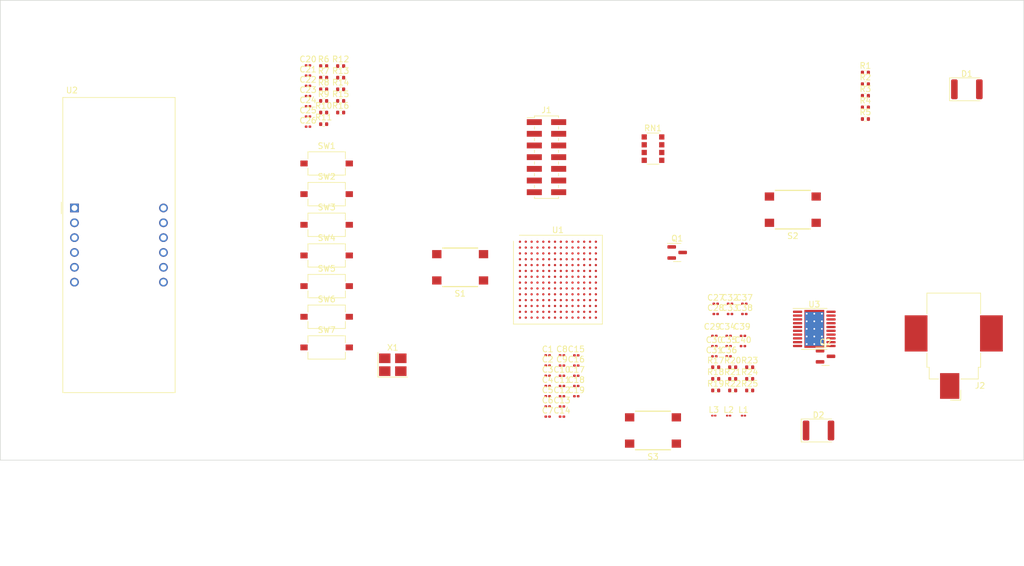
<source format=kicad_pcb>
(kicad_pcb (version 20221018) (generator pcbnew)
  (layers (0 "F.Cu" signal) (31 "B.Cu" signal) (34 "B.Paste" user) (35 "F.Paste" user) (36 "B.SilkS" user "B.Silkscreen") (37 "F.SilkS" user "F.Silkscreen") (38 "B.Mask" user) (39 "F.Mask" user) (44 "Edge.Cuts" user))
  (net 0 "")
  (net 1 "GND")
  (net 2 "Net-(C1-Pad2)")
  (net 3 "+1V0")
  (net 4 "+1V8A")
  (net 5 "+3V3")
  (net 6 "+3.3V")
  (net 7 "Net-(C27-Pad2)")
  (net 8 "Net-(U3-VREG5)")
  (net 9 "Net-(U3-VBST3)")
  (net 10 "Net-(U3-SW3)")
  (net 11 "Net-(U3-VBST2)")
  (net 12 "Net-(U3-SW2)")
  (net 13 "Net-(U3-VBST1)")
  (net 14 "Net-(U3-SW1)")
  (net 15 "Net-(D1-K)")
  (net 16 "Net-(D2-K)")
  (net 17 "Net-(D2-A)")
  (net 18 "/vendingUtilities/JTAG_TMS")
  (net 19 "/vendingUtilities/JTAG_TCK")
  (net 20 "/vendingUtilities/JTAG_TDO")
  (net 21 "/vendingUtilities/JTAG_TDI")
  (net 24 "+12V")
  (net 26 "/vendingUtilities/FPGA_DONE")
  (net 28 "Net-(Q1-D)")
  (net 29 "/power Supply/PGOOD")
  (net 30 "Net-(Q2-D)")
  (net 31 "/vendingUtilities/INIT_B")
  (net 32 "/vendingUtilities/PROGRAM_B")
  (net 33 "SYSRES")
  (net 34 "Net-(U1C-IO_L3P_T0_DQS_PUDC_B_14)")
  (net 35 "Net-(SW2-B)")
  (net 36 "Net-(U1C-IO_L3N_T0_DQS_EMCCLK_14)")
  (net 37 "Net-(SW3-B)")
  (net 38 "Net-(U1C-IO_L4N_T0_D05_14)")
  (net 39 "Net-(U2-CA1)")
  (net 40 "Net-(U1C-IO_L5P_T0_D06_14)")
  (net 41 "Net-(U2-CA2)")
  (net 42 "Net-(U1C-IO_L5N_T0_D07_14)")
  (net 43 "Net-(U2-CA3)")
  (net 44 "Net-(U1C-IO_L6P_T0_FCS_B_14)")
  (net 45 "Net-(U2-CA4)")
  (net 46 "Net-(U1C-IO_0_14)")
  (net 47 "Net-(SW7-B)")
  (net 48 "Net-(U1C-IO_L1P_T0_D00_MOSI_14)")
  (net 49 "Net-(SW4-B)")
  (net 50 "Net-(U1C-IO_L1N_T0_D01_DIN_14)")
  (net 51 "Net-(SW5-B)")
  (net 52 "Net-(U1C-IO_L2P_T0_D02_14)")
  (net 53 "Net-(SW6-B)")
  (net 54 "Net-(U1C-IO_L2N_T0_D03_14)")
  (net 55 "Net-(SW1-B)")
  (net 56 "Net-(U3-EN1)")
  (net 57 "Net-(U3-VFB2)")
  (net 58 "Net-(U3-VFB3)")
  (net 59 "Net-(U3-VFB1)")
  (net 60 "Net-(SW1-A)")
  (net 61 "Net-(SW2-A)")
  (net 62 "Net-(SW3-A)")
  (net 63 "Net-(SW4-A)")
  (net 64 "Net-(SW5-A)")
  (net 65 "Net-(SW6-A)")
  (net 66 "Net-(SW7-A)")
  (net 80 "SYSCLK")
  (net 107 "Net-(S1-Pad3)")
  (footprint "Connector_PinHeader_2.00mm:PinHeader_2x07_P2.00mm_Vertical_SMD" (layer "F.Cu") (at 129.085 67.5)
    (fp_text reference "J1" (at 0 -8.06) (layer "F.SilkS"))
    (fp_text value "XILINX_JTAG")
    (pad "1" smd rect (at -2.085 -6) (size 2.58 1) (layers "F.Cu" "F.Paste" "F.Mask") (net 1 "GND"))
    (pad "2" smd rect (at 2.085 -6) (size 2.58 1) (layers "F.Cu" "F.Paste" "F.Mask") (net 5 "+3V3"))
    (pad "3" smd rect (at -2.085 -4) (size 2.58 1) (layers "F.Cu" "F.Paste" "F.Mask") (net 1 "GND"))
    (pad "4" smd rect (at 2.085 -4) (size 2.58 1) (layers "F.Cu" "F.Paste" "F.Mask") (net 18 "/vendingUtilities/JTAG_TMS"))
    (pad "5" smd rect (at -2.085 -2) (size 2.58 1) (layers "F.Cu" "F.Paste" "F.Mask") (net 1 "GND"))
    (pad "6" smd rect (at 2.085 -2) (size 2.58 1) (layers "F.Cu" "F.Paste" "F.Mask") (net 19 "/vendingUtilities/JTAG_TCK"))
    (pad "7" smd rect (at -2.085 0) (size 2.58 1) (layers "F.Cu" "F.Paste" "F.Mask") (net 1 "GND"))
    (pad "8" smd rect (at 2.085 0) (size 2.58 1) (layers "F.Cu" "F.Paste" "F.Mask") (net 20 "/vendingUtilities/JTAG_TDO"))
    (pad "9" smd rect (at -2.085 2) (size 2.58 1) (layers "F.Cu" "F.Paste" "F.Mask") (net 1 "GND"))
    (pad "10" smd rect (at 2.085 2) (size 2.58 1) (layers "F.Cu" "F.Paste" "F.Mask") (net 21 "/vendingUtilities/JTAG_TDI"))
    (pad "11" smd rect (at -2.085 4) (size 2.58 1) (layers "F.Cu" "F.Paste" "F.Mask") (net 1 "GND"))
    (pad "12" smd rect (at 2.085 4) (size 2.58 1) (layers "F.Cu" "F.Paste" "F.Mask"))
    (pad "13" smd rect (at -2.085 6) (size 2.58 1) (layers "F.Cu" "F.Paste" "F.Mask") (net 1 "GND"))
    (pad "14" smd rect (at 2.085 6) (size 2.58 1) (layers "F.Cu" "F.Paste" "F.Mask"))
  )
  (footprint "Capacitor_SMD:C_0201_0603Metric" (layer "F.Cu") (at 162.96 92.605)
    (fp_text reference "C37" (at 0 -1.05) (layer "F.SilkS"))
    (fp_text value "22 uF")
    (pad "1" smd roundrect (at -0.32 0) (size 0.46 0.4) (layers "F.Cu" "F.Mask") (net 5 "+3V3"))
    (pad "2" smd roundrect (at 0.32 0) (size 0.46 0.4) (layers "F.Cu" "F.Mask") (net 1 "GND"))
  )
  (footprint "Resistor_SMD:R_0402_1005Metric" (layer "F.Cu") (at 183.69 56.99)
    (fp_text reference "R3" (at 0 -1.17) (layer "F.SilkS"))
    (fp_text value "330")
    (pad "1" smd roundrect (at -0.51 0) (size 0.54 0.64) (layers "F.Cu" "F.Paste" "F.Mask") (net 5 "+3V3"))
    (pad "2" smd roundrect (at 0.51 0) (size 0.54 0.64) (layers "F.Cu" "F.Paste" "F.Mask") (net 26 "/vendingUtilities/FPGA_DONE"))
  )
  (footprint "Capacitor_SMD:C_0201_0603Metric" (layer "F.Cu") (at 131.735 101.43)
    (fp_text reference "C8" (at 0 -1.05) (layer "F.SilkS"))
    (fp_text value "0.1 uF")
    (pad "1" smd roundrect (at -0.32 0) (size 0.46 0.4) (layers "F.Cu" "F.Mask") (net 1 "GND"))
    (pad "2" smd roundrect (at 0.32 0) (size 0.46 0.4) (layers "F.Cu" "F.Mask") (net 4 "+1V8A"))
  )
  (footprint "Capacitor_SMD:C_0201_0603Metric" (layer "F.Cu") (at 88.25 57.03)
    (fp_text reference "C23" (at 0 -1.05) (layer "F.SilkS"))
    (fp_text value "0.47 uF")
    (pad "1" smd roundrect (at -0.32 0) (size 0.46 0.4) (layers "F.Cu" "F.Mask") (net 6 "+3.3V"))
    (pad "2" smd roundrect (at 0.32 0) (size 0.46 0.4) (layers "F.Cu" "F.Mask") (net 1 "GND"))
  )
  (footprint "Button_Switch_SMD:SW_Tactile_SPST_NO_Straight_CK_PTS636Sx25SMTRLFS" (layer "F.Cu") (at 91.44 84.33)
    (fp_text reference "SW4" (at 0 -3 unlocked) (layer "F.SilkS"))
    (fp_text value "SW_SPST")
    (pad "1" smd rect (at -3.875 0) (size 1.25 1) (layers "F.Cu" "F.Paste" "F.Mask") (net 63 "Net-(SW4-A)"))
    (pad "2" smd rect (at 3.875 0) (size 1.25 1) (layers "F.Cu" "F.Paste" "F.Mask") (net 49 "Net-(SW4-B)"))
  )
  (footprint "Capacitor_SMD:C_0201_0603Metric" (layer "F.Cu") (at 162.725 98.1)
    (fp_text reference "C39" (at -0.165 -1.58) (layer "F.SilkS"))
    (fp_text value "22 uF")
    (pad "1" smd roundrect (at -0.32 0) (size 0.46 0.4) (layers "F.Cu" "F.Mask") (net 3 "+1V0"))
    (pad "2" smd roundrect (at 0.32 0) (size 0.46 0.4) (layers "F.Cu" "F.Mask") (net 1 "GND"))
  )
  (footprint "Capacitor_SMD:C_0201_0603Metric" (layer "F.Cu") (at 131.735 104.93)
    (fp_text reference "C10" (at 0 -1.05) (layer "F.SilkS"))
    (fp_text value "0.47 uF")
    (pad "1" smd roundrect (at -0.32 0) (size 0.46 0.4) (layers "F.Cu" "F.Mask") (net 1 "GND"))
    (pad "2" smd roundrect (at 0.32 0) (size 0.46 0.4) (layers "F.Cu" "F.Mask") (net 2 "Net-(C1-Pad2)"))
  )
  (footprint "Resistor_SMD:R_0402_1005Metric" (layer "F.Cu") (at 163.875 105.46)
    (fp_text reference "R24" (at 0 -1.17) (layer "F.SilkS"))
    (fp_text value "7.36K")
    (pad "1" smd roundrect (at -0.51 0) (size 0.54 0.64) (layers "F.Cu" "F.Paste" "F.Mask") (net 5 "+3V3"))
    (pad "2" smd roundrect (at 0.51 0) (size 0.54 0.64) (layers "F.Cu" "F.Paste" "F.Mask") (net 58 "Net-(U3-VFB3)"))
  )
  (footprint "Capacitor_SMD:C_0201_0603Metric" (layer "F.Cu") (at 134.185 104.93)
    (fp_text reference "C17" (at 0 -1.05) (layer "F.SilkS"))
    (fp_text value "47 uF")
    (pad "1" smd roundrect (at -0.32 0) (size 0.46 0.4) (layers "F.Cu" "F.Mask") (net 1 "GND"))
    (pad "2" smd roundrect (at 0.32 0) (size 0.46 0.4) (layers "F.Cu" "F.Mask") (net 3 "+1V0"))
  )
  (footprint "Button_Switch_SMD:SW_Tactile_SPST_NO_Straight_CK_PTS636Sx25SMTRLFS" (layer "F.Cu") (at 91.44 73.83)
    (fp_text reference "SW2" (at 0 -3 unlocked) (layer "F.SilkS"))
    (fp_text value "SW_SPST")
    (pad "1" smd rect (at -3.875 0) (size 1.25 1) (layers "F.Cu" "F.Paste" "F.Mask") (net 61 "Net-(SW2-A)"))
    (pad "2" smd rect (at 3.875 0) (size 1.25 1) (layers "F.Cu" "F.Paste" "F.Mask") (net 35 "Net-(SW2-B)"))
  )
  (footprint "Capacitor_SMD:C_0201_0603Metric" (layer "F.Cu") (at 88.25 51.78)
    (fp_text reference "C20" (at 0 -1.05) (layer "F.SilkS"))
    (fp_text value "47 uF")
    (pad "1" smd roundrect (at -0.32 0) (size 0.46 0.4) (layers "F.Cu" "F.Mask") (net 6 "+3.3V"))
    (pad "2" smd roundrect (at 0.32 0) (size 0.46 0.4) (layers "F.Cu" "F.Mask") (net 1 "GND"))
  )
  (footprint "Inductor_SMD:L_01005_0402Metric" (layer "F.Cu") (at 160.27 111.76)
    (fp_text reference "L2" (at 0 -1) (layer "F.SilkS"))
    (fp_text value "2.2 uH")
    (pad "1" smd roundrect (at -0.25 0) (size 0.4 0.3) (layers "F.Cu" "F.Mask") (net 12 "Net-(U3-SW2)"))
    (pad "2" smd roundrect (at 0.25 0) (size 0.4 0.3) (layers "F.Cu" "F.Mask") (net 3 "+1V0"))
  )
  (footprint "Capacitor_SMD:C_0201_0603Metric" (layer "F.Cu") (at 162.96 94.355)
    (fp_text reference "C38" (at 0 -1.05) (layer "F.SilkS"))
    (fp_text value "22 uF")
    (pad "1" smd roundrect (at -0.32 0) (size 0.46 0.4) (layers "F.Cu" "F.Mask") (net 4 "+1V8A"))
    (pad "2" smd roundrect (at 0.32 0) (size 0.46 0.4) (layers "F.Cu" "F.Mask") (net 1 "GND"))
  )
  (footprint "Resistor_SMD:R_0402_1005Metric" (layer "F.Cu") (at 90.93 53.89)
    (fp_text reference "R7" (at 0 -1.17) (layer "F.SilkS"))
    (fp_text value "330")
    (pad "1" smd roundrect (at -0.51 0) (size 0.54 0.64) (layers "F.Cu" "F.Paste" "F.Mask") (net 36 "Net-(U1C-IO_L3N_T0_DQS_EMCCLK_14)"))
    (pad "2" smd roundrect (at 0.51 0) (size 0.54 0.64) (layers "F.Cu" "F.Paste" "F.Mask") (net 37 "Net-(SW3-B)"))
  )
  (footprint "Resistor_SMD:R_0402_1005Metric" (layer "F.Cu") (at 90.93 59.86)
    (fp_text reference "R10" (at 0 -1.17) (layer "F.SilkS"))
    (fp_text value "330")
    (pad "1" smd roundrect (at -0.51 0) (size 0.54 0.64) (layers "F.Cu" "F.Paste" "F.Mask") (net 42 "Net-(U1C-IO_L5N_T0_D07_14)"))
    (pad "2" smd roundrect (at 0.51 0) (size 0.54 0.64) (layers "F.Cu" "F.Paste" "F.Mask") (net 43 "Net-(U2-CA3)"))
  )
  (footprint "Capacitor_SMD:C_0201_0603Metric" (layer "F.Cu") (at 160.275 101.6)
    (fp_text reference "C36" (at 0 -1.05) (layer "F.SilkS"))
    (fp_text value "22 uF")
    (pad "1" smd roundrect (at -0.32 0) (size 0.46 0.4) (layers "F.Cu" "F.Mask") (net 3 "+1V0"))
    (pad "2" smd roundrect (at 0.32 0) (size 0.46 0.4) (layers "F.Cu" "F.Mask") (net 1 "GND"))
  )
  (footprint "Display_7Segment:CA56-12CGKWA" (layer "F.Cu") (at 48.26 76.2)
    (fp_text reference "U2" (at -0.44 -20.15) (layer "F.SilkS"))
    (fp_text value "CA56-12CGKWA")
    (pad "1" thru_hole rect (at 0 0) (size 1.5 1.5) (drill 1) (layers "*.Cu" "*.Mask") (net 64 "Net-(SW5-A)"))
    (pad "2" thru_hole circle (at 0 2.54) (size 1.5 1.5) (drill 1) (layers "*.Cu" "*.Mask") (net 65 "Net-(SW6-A)"))
    (pad "3" thru_hole circle (at 0 5.08) (size 1.5 1.5) (drill 1) (layers "*.Cu" "*.Mask"))
    (pad "4" thru_hole circle (at 0 7.62) (size 1.5 1.5) (drill 1) (layers "*.Cu" "*.Mask") (net 60 "Net-(SW1-A)"))
    (pad "5" thru_hole circle (at 0 10.16) (size 1.5 1.5) (drill 1) (layers "*.Cu" "*.Mask") (net 66 "Net-(SW7-A)"))
    (pad "6" thru_hole circle (at 0 12.7) (size 1.5 1.5) (drill 1) (layers "*.Cu" "*.Mask") (net 45 "Net-(U2-CA4)"))
    (pad "7" thru_hole circle (at 15.24 12.7) (size 1.5 1.5) (drill 1) (layers "*.Cu" "*.Mask") (net 61 "Net-(SW2-A)"))
    (pad "8" thru_hole circle (at 15.24 10.16) (size 1.5 1.5) (drill 1) (layers "*.Cu" "*.Mask") (net 43 "Net-(U2-CA3)"))
    (pad "9" thru_hole circle (at 15.24 7.62) (size 1.5 1.5) (drill 1) (layers "*.Cu" "*.Mask") (net 41 "Net-(U2-CA2)"))
    (pad "10" thru_hole circle (at 15.24 5.08) (size 1.5 1.5) (drill 1) (layers "*.Cu" "*.Mask") (net 63 "Net-(SW4-A)"))
    (pad "11" thru_hole circle (at 15.24 2.54) (size 1.5 1.5) (drill 1) (layers "*.Cu" "*.Mask") (net 62 "Net-(SW3-A)"))
    (pad "12" thru_hole circle (at 15.24 0) (size 1.5 1.5) (drill 1) (layers "*.Cu" "*.Mask") (net 39 "Net-(U2-CA1)"))
  )
  (footprint "LED_SMD:LED_1812_4532Metric" (layer "F.Cu") (at 175.6625 114.3)
    (fp_text reference "D2" (at 0 -2.65) (layer "F.SilkS"))
    (fp_text value "LED")
    (pad "1" smd roundrect (at -2.1375 0) (size 1.125 3.4) (layers "F.Cu" "F.Paste" "F.Mask") (roundrect_rratio 0.222222) (net 16 "Net-(D2-K)"))
    (pad "2" smd roundrect (at 2.1375 0) (size 1.125 3.4) (layers "F.Cu" "F.Paste" "F.Mask") (roundrect_rratio 0.222222) (net 17 "Net-(D2-A)"))
  )
  (footprint "Capacitor_SMD:C_0201_0603Metric" (layer "F.Cu") (at 129.285 103.18)
    (fp_text reference "C2" (at 0 -1.05) (layer "F.SilkS"))
    (fp_text value "47 uF")
    (pad "1" smd roundrect (at -0.32 0) (size 0.46 0.4) (layers "F.Cu" "F.Mask") (net 1 "GND"))
    (pad "2" smd roundrect (at 0.32 0) (size 0.46 0.4) (layers "F.Cu" "F.Mask") (net 2 "Net-(C1-Pad2)"))
  )
  (footprint "Resistor_SMD:R_0402_1005Metric" (layer "F.Cu") (at 93.84 51.9)
    (fp_text reference "R12" (at 0 -1.17) (layer "F.SilkS"))
    (fp_text value "330")
    (pad "1" smd roundrect (at -0.51 0) (size 0.54 0.64) (layers "F.Cu" "F.Paste" "F.Mask") (net 46 "Net-(U1C-IO_0_14)"))
    (pad "2" smd roundrect (at 0.51 0) (size 0.54 0.64) (layers "F.Cu" "F.Paste" "F.Mask") (net 47 "Net-(SW7-B)"))
  )
  (footprint "Capacitor_SMD:C_0201_0603Metric" (layer "F.Cu") (at 160.51 92.605)
    (fp_text reference "C32" (at 0 -1.05) (layer "F.SilkS"))
    (fp_text value "0.1 uF")
    (pad "1" smd roundrect (at -0.32 0) (size 0.46 0.4) (layers "F.Cu" "F.Mask") (net 11 "Net-(U3-VBST2)"))
    (pad "2" smd roundrect (at 0.32 0) (size 0.46 0.4) (layers "F.Cu" "F.Mask") (net 12 "Net-(U3-SW2)"))
  )
  (footprint "Resistor_SMD:R_0402_1005Metric" (layer "F.Cu") (at 93.84 53.89)
    (fp_text reference "R13" (at 0 -1.17) (layer "F.SilkS"))
    (fp_text value "330")
    (pad "1" smd roundrect (at -0.51 0) (size 0.54 0.64) (layers "F.Cu" "F.Paste" "F.Mask") (net 48 "Net-(U1C-IO_L1P_T0_D00_MOSI_14)"))
    (pad "2" smd roundrect (at 0.51 0) (size 0.54 0.64) (layers "F.Cu" "F.Paste" "F.Mask") (net 49 "Net-(SW4-B)"))
  )
  (footprint "Capacitor_SMD:C_0201_0603Metric" (layer "F.Cu") (at 131.735 110.18)
    (fp_text reference "C13" (at 0 -1.05) (layer "F.SilkS"))
    (fp_text value "0.47 uF")
    (pad "1" smd roundrect (at -0.32 0) (size 0.46 0.4) (layers "F.Cu" "F.Mask") (net 1 "GND"))
    (pad "2" smd roundrect (at 0.32 0) (size 0.46 0.4) (layers "F.Cu" "F.Mask") (net 3 "+1V0"))
  )
  (footprint "Button_Switch_SMD:SW_Tactile_SPST_NO_Straight_CK_PTS636Sx25SMTRLFS" (layer "F.Cu") (at 91.44 100.08)
    (fp_text reference "SW7" (at 0 -3 unlocked) (layer "F.SilkS"))
    (fp_text value "SW_SPST")
    (pad "1" smd rect (at -3.875 0) (size 1.25 1) (layers "F.Cu" "F.Paste" "F.Mask") (net 66 "Net-(SW7-A)"))
    (pad "2" smd rect (at 3.875 0) (size 1.25 1) (layers "F.Cu" "F.Paste" "F.Mask") (net 47 "Net-(SW7-B)"))
  )
  (footprint "Capacitor_SMD:C_0201_0603Metric" (layer "F.Cu") (at 129.285 110.18)
    (fp_text reference "C6" (at 0 -1.05) (layer "F.SilkS"))
    (fp_text value "0.47 uF")
    (pad "1" smd roundrect (at -0.32 0) (size 0.46 0.4) (layers "F.Cu" "F.Mask") (net 1 "GND"))
    (pad "2" smd roundrect (at 0.32 0) (size 0.46 0.4) (layers "F.Cu" "F.Mask") (net 2 "Net-(C1-Pad2)"))
  )
  (footprint "Resistor_SMD:R_0402_1005Metric" (layer "F.Cu") (at 93.84 57.87)
    (fp_text reference "R15" (at 0 -1.17) (layer "F.SilkS"))
    (fp_text value "330")
    (pad "1" smd roundrect (at -0.51 0) (size 0.54 0.64) (layers "F.Cu" "F.Paste" "F.Mask") (net 52 "Net-(U1C-IO_L2P_T0_D02_14)"))
    (pad "2" smd roundrect (at 0.51 0) (size 0.54 0.64) (layers "F.Cu" "F.Paste" "F.Mask") (net 53 "Net-(SW6-B)"))
  )
  (footprint "FPGA_project_parts:B3FS_1010P" (layer "F.Cu") (at 147.32 114.3)
    (fp_text reference "S3" (at 0 4.5) (layer "F.SilkS"))
    (fp_text value "B3FS_1010P")
    (pad "1" smd rect (at 4 2.25) (size 1.6 1.4) (layers "F.Cu" "F.Paste" "F.Mask") (net 1 "GND"))
    (pad "2" smd rect (at -4 2.25) (size 1.6 1.4) (layers "F.Cu" "F.Paste" "F.Mask") (net 1 "GND"))
    (pad "3" smd rect (at -4 -2.25) (size 1.6 1.4) (layers "F.Cu" "F.Paste" "F.Mask") (net 56 "Net-(U3-EN1)"))
    (pad "4" smd rect (at 4 -2.25) (size 1.6 1.4) (layers "F.Cu" "F.Paste" "F.Mask") (net 56 "Net-(U3-EN1)"))
  )
  (footprint "Capacitor_SMD:C_0201_0603Metric" (layer "F.Cu") (at 160.275 98.1)
    (fp_text reference "C34" (at -0.255 -1.58) (layer "F.SilkS"))
    (fp_text value "22 uF")
    (pad "1" smd roundrect (at -0.32 0) (size 0.46 0.4) (layers "F.Cu" "F.Mask") (net 3 "+1V0"))
    (pad "2" smd roundrect (at 0.32 0) (size 0.46 0.4) (layers "F.Cu" "F.Mask") (net 1 "GND"))
  )
  (footprint "Resistor_SMD:R_0402_1005Metric" (layer "F.Cu") (at 160.965 105.46)
    (fp_text reference "R21" (at 0 -1.17) (layer "F.SilkS"))
    (fp_text value "2.2 K")
    (pad "1" smd roundrect (at -0.51 0) (size 0.54 0.64) (layers "F.Cu" "F.Paste" "F.Mask") (net 58 "Net-(U3-VFB3)"))
    (pad "2" smd roundrect (at 0.51 0) (size 0.54 0.64) (layers "F.Cu" "F.Paste" "F.Mask") (net 1 "GND"))
  )
  (footprint "Capacitor_SMD:C_0201_0603Metric" (layer "F.Cu") (at 134.185 108.43)
    (fp_text reference "C19" (at 0 -1.05) (layer "F.SilkS"))
    (fp_text value "100 uF")
    (pad "1" smd roundrect (at -0.32 0) (size 0.46 0.4) (layers "F.Cu" "F.Mask") (net 1 "GND"))
    (pad "2" smd roundrect (at 0.32 0) (size 0.46 0.4) (layers "F.Cu" "F.Mask") (net 3 "+1V0"))
  )
  (footprint "Package_BGA:Xilinx_FTGB196" (layer "F.Cu") (at 131.04 88.48)
    (fp_text reference "U1" (at 0 -8.5) (layer "F.SilkS"))
    (fp_text value "XC7S50-FTGB196")
    (pad "A1" smd circle (at -6.5 -6.5) (size 0.4 0.4) (layers "F.Cu" "F.Paste" "F.Mask") (net 1 "GND"))
    (pad "A2" smd circle (at -5.5 -6.5) (size 0.4 0.4) (layers "F.Cu" "F.Paste" "F.Mask"))
    (pad "A3" smd circle (at -4.5 -6.5) (size 0.4 0.4) (layers "F.Cu" "F.Paste" "F.Mask"))
    (pad "A4" smd circle (at -3.5 -6.5) (size 0.4 0.4) (layers "F.Cu" "F.Paste" "F.Mask"))
    (pad "A5" smd circle (at -2.5 -6.5) (size 0.4 0.4) (layers "F.Cu" "F.Paste" "F.Mask"))
    (pad "A6" smd circle (at -1.5 -6.5) (size 0.4 0.4) (layers "F.Cu" "F.Paste" "F.Mask") (net 1 "GND"))
    (pad "A7" smd circle (at -0.5 -6.5) (size 0.4 0.4) (layers "F.Cu" "F.Paste" "F.Mask") (net 19 "/vendingUtilities/JTAG_TCK"))
    (pad "A8" smd circle (at 0.5 -6.5) (size 0.4 0.4) (layers "F.Cu" "F.Paste" "F.Mask"))
    (pad "A9" smd circle (at 1.5 -6.5) (size 0.4 0.4) (layers "F.Cu" "F.Paste" "F.Mask") (net 1 "GND"))
    (pad "A10" smd circle (at 2.5 -6.5) (size 0.4 0.4) (layers "F.Cu" "F.Paste" "F.Mask") (net 36 "Net-(U1C-IO_L3N_T0_DQS_EMCCLK_14)"))
    (pad "A11" smd circle (at 3.5 -6.5) (size 0.4 0.4) (layers "F.Cu" "F.Paste" "F.Mask") (net 1 "GND"))
    (pad "A12" smd circle (at 4.5 -6.5) (size 0.4 0.4) (layers "F.Cu" "F.Paste" "F.Mask"))
    (pad "A13" smd circle (at 5.5 -6.5) (size 0.4 0.4) (layers "F.Cu" "F.Paste" "F.Mask") (net 38 "Net-(U1C-IO_L4N_T0_D05_14)"))
    (pad "A14" smd circle (at 6.5 -6.5) (size 0.4 0.4) (layers "F.Cu" "F.Paste" "F.Mask") (net 1 "GND"))
    (pad "B1" smd circle (at -6.5 -5.5) (size 0.4 0.4) (layers "F.Cu" "F.Paste" "F.Mask"))
    (pad "B2" smd circle (at -5.5 -5.5) (size 0.4 0.4) (layers "F.Cu" "F.Paste" "F.Mask"))
    (pad "B3" smd circle (at -4.5 -5.5) (size 0.4 0.4) (layers "F.Cu" "F.Paste" "F.Mask"))
    (pad "B4" smd circle (at -3.5 -5.5) (size 0.4 0.4) (layers "F.Cu" "F.Paste" "F.Mask") (net 1 "GND"))
    (pad "B5" smd circle (at -2.5 -5.5) (size 0.4 0.4) (layers "F.Cu" "F.Paste" "F.Mask"))
    (pad "B6" smd circle (at -1.5 -5.5) (size 0.4 0.4) (layers "F.Cu" "F.Paste" "F.Mask"))
    (pad "B7" smd circle (at -0.5 -5.5) (size 0.4 0.4) (layers "F.Cu" "F.Paste" "F.Mask") (net 1 "GND"))
    (pad "B8" smd circle (at 0.5 -5.5) (size 0.4 0.4) (layers "F.Cu" "F.Paste" "F.Mask") (net 1 "GND"))
    (pad "B9" smd circle (at 1.5 -5.5) (size 0.4 0.4) (layers "F.Cu" "F.Paste" "F.Mask") (net 1 "GND"))
    (pad "B10" smd circle (at 2.5 -5.5) (size 0.4 0.4) (layers "F.Cu" "F.Paste" "F.Mask") (net 34 "Net-(U1C-IO_L3P_T0_DQS_PUDC_B_14)"))
    (pad "B11" smd circle (at 3.5 -5.5) (size 0.4 0.4) (layers "F.Cu" "F.Paste" "F.Mask") (net 48 "Net-(U1C-IO_L1P_T0_D00_MOSI_14)"))
    (pad "B12" smd circle (at 4.5 -5.5) (size 0.4 0.4) (layers "F.Cu" "F.Paste" "F.Mask") (net 50 "Net-(U1C-IO_L1N_T0_D01_DIN_14)"))
    (pad "B13" smd circle (at 5.5 -5.5) (size 0.4 0.4) (layers "F.Cu" "F.Paste" "F.Mask") (net 40 "Net-(U1C-IO_L5P_T0_D06_14)"))
    (pad "B14" smd circle (at 6.5 -5.5) (size 0.4 0.4) (layers "F.Cu" "F.Paste" "F.Mask") (net 42 "Net-(U1C-IO_L5N_T0_D07_14)"))
    (pad "C1" smd circle (at -6.5 -4.5) (size 0.4 0.4) (layers "F.Cu" "F.Paste" "F.Mask"))
    (pad "C2" smd circle (at -5.5 -4.5) (size 0.4 0.4) (layers "F.Cu" "F.Paste" "F.Mask") (net 1 "GND"))
    (pad "C3" smd circle (at -4.5 -4.5) (size 0.4 0.4) (layers "F.Cu" "F.Paste" "F.Mask"))
    (pad "C4" smd circle (at -3.5 -4.5) (size 0.4 0.4) (layers "F.Cu" "F.Paste" "F.Mask"))
    (pad "C5" smd circle (at -2.5 -4.5) (size 0.4 0.4) (layers "F.Cu" "F.Paste" "F.Mask"))
    (pad "C6" smd circle (at -1.5 -4.5) (size 0.4 0.4) (layers "F.Cu" "F.Paste" "F.Mask") (net 1 "GND"))
    (pad "C7" smd circle (at -0.5 -4.5) (size 0.4 0.4) (layers "F.Cu" "F.Paste" "F.Mask") (net 1 "GND"))
    (pad "C8" smd circle (at 0.5 -4.5) (size 0.4 0.4) (layers "F.Cu" "F.Paste" "F.Mask") (net 1 "GND"))
    (pad "C9" smd circle (at 1.5 -4.5) (size 0.4 0.4) (layers "F.Cu" "F.Paste" "F.Mask") (net 1 "GND"))
    (pad "C10" smd circle (at 2.5 -4.5) (size 0.4 0.4) (layers "F.Cu" "F.Paste" "F.Mask") (net 54 "Net-(U1C-IO_L2N_T0_D03_14)"))
    (pad "C11" smd circle (at 3.5 -4.5) (size 0.4 0.4) (layers "F.Cu" "F.Paste" "F.Mask") (net 44 "Net-(U1C-IO_L6P_T0_FCS_B_14)"))
    (pad "C12" smd circle (at 4.5 -4.5) (size 0.4 0.4) (layers "F.Cu" "F.Paste" "F.Mask"))
    (pad "C13" smd circle (at 5.5 -4.5) (size 0.4 0.4) (layers "F.Cu" "F.Paste" "F.Mask") (net 1 "GND"))
    (pad "C14" smd circle (at 6.5 -4.5) (size 0.4 0.4) (layers "F.Cu" "F.Paste" "F.Mask"))
    (pad "D1" smd circle (at -6.5 -3.5) (size 0.4 0.4) (layers "F.Cu" "F.Paste" "F.Mask"))
    (pad "D2" smd circle (at -5.5 -3.5) (size 0.4 0.4) (layers "F.Cu" "F.Paste" "F.Mask"))
    (pad "D3" smd circle (at -4.5 -3.5) (size 0.4 0.4) (layers "F.Cu" "F.Paste" "F.Mask"))
    (pad "D4" smd circle (at -3.5 -3.5) (size 0.4 0.4) (layers "F.Cu" "F.Paste" "F.Mask"))
    (pad "D5" smd circle (at -2.5 -3.5) (size 0.4 0.4) (layers "F.Cu" "F.Paste" "F.Mask") (net 1 "GND"))
    (pad "D6" smd circle (at -1.5 -3.5) (size 0.4 0.4) (layers "F.Cu" "F.Paste" "F.Mask") (net 3 "+1V0"))
    (pad "D7" smd circle (at -0.5 -3.5) (size 0.4 0.4) (layers "F.Cu" "F.Paste" "F.Mask") (net 1 "GND"))
    (pad "D8" smd circle (at 0.5 -3.5) (size 0.4 0.4) (layers "F.Cu" "F.Paste" "F.Mask") (net 3 "+1V0"))
    (pad "D9" smd circle (at 1.5 -3.5) (size 0.4 0.4) (layers "F.Cu" "F.Paste" "F.Mask") (net 1 "GND"))
    (pad "D10" smd circle (at 2.5 -3.5) (size 0.4 0.4) (layers "F.Cu" "F.Paste" "F.Mask") (net 52 "Net-(U1C-IO_L2P_T0_D02_14)"))
    (pad "D11" smd circle (at 3.5 -3.5) (size 0.4 0.4) (layers "F.Cu" "F.Paste" "F.Mask") (net 1 "GND"))
    (pad "D12" smd circle (at 4.5 -3.5) (size 0.4 0.4) (layers "F.Cu" "F.Paste" "F.Mask"))
    (pad "D13" smd circle (at 5.5 -3.5) (size 0.4 0.4) (layers "F.Cu" "F.Paste" "F.Mask"))
    (pad "D14" smd circle (at 6.5 -3.5) (size 0.4 0.4) (layers "F.Cu" "F.Paste" "F.Mask"))
    (pad "E1" smd circle (at -6.5 -2.5) (size 0.4 0.4) (layers "F.Cu" "F.Paste" "F.Mask") (net 1 "GND"))
    (pad "E2" smd circle (at -5.5 -2.5) (size 0.4 0.4) (layers "F.Cu" "F.Paste" "F.Mask"))
    (pad "E3" smd circle (at -4.5 -2.5) (size 0.4 0.4) (layers "F.Cu" "F.Paste" "F.Mask") (net 1 "GND"))
    (pad "E4" smd circle (at -3.5 -2.5) (size 0.4 0.4) (layers "F.Cu" "F.Paste" "F.Mask"))
    (pad "E5" smd circle (at -2.5 -2.5) (size 0.4 0.4) (layers "F.Cu" "F.Paste" "F.Mask") (net 3 "+1V0"))
    (pad "E6" smd circle (at -1.5 -2.5) (size 0.4 0.4) (layers "F.Cu" "F.Paste" "F.Mask") (net 1 "GND"))
    (pad "E7" smd circle (at -0.5 -2.5) (size 0.4 0.4) (layers "F.Cu" "F.Paste" "F.Mask") (net 3 "+1V0"))
    (pad "E8" smd circle (at 0.5 -2.5) (size 0.4 0.4) (layers "F.Cu" "F.Paste" "F.Mask") (net 1 "GND"))
    (pad "E9" smd circle (at 1.5 -2.5) (size 0.4 0.4) (layers "F.Cu" "F.Paste" "F.Mask") (net 3 "+1V0"))
    (pad "E10" smd circle (at 2.5 -2.5) (size 0.4 0.4) (layers "F.Cu" "F.Paste" "F.Mask") (net 1 "GND"))
    (pad "E11" smd circle (at 3.5 -2.5) (size 0.4 0.4) (layers "F.Cu" "F.Paste" "F.Mask") (net 46 "Net-(U1C-IO_0_14)"))
    (pad "E12" smd circle (at 4.5 -2.5) (size 0.4 0.4) (layers "F.Cu" "F.Paste" "F.Mask"))
    (pad "E13" smd circle (at 5.5 -2.5) (size 0.4 0.4) (layers "F.Cu" "F.Paste" "F.Mask"))
    (pad "E14" smd circle (at 6.5 -2.5) (size 0.4 0.4) (layers "F.Cu" "F.Paste" "F.Mask") (net 1 "GND"))
    (pad "F1" smd circle (at -6.5 -1.5) (size 0.4 0.4) (layers "F.Cu" "F.Paste" "F.Mask"))
    (pad "F2" smd circle (at -5.5 -1.5) (size 0.4 0.4) (layers "F.Cu" "F.Paste" "F.Mask"))
    (pad "F3" smd circle (at -4.5 -1.5) (size 0.4 0.4) (layers "F.Cu" "F.Paste" "F.Mask"))
    (pad "F4" smd circle (at -3.5 -1.5) (size 0.4 0.4) (layers "F.Cu" "F.Paste" "F.Mask"))
    (pad "F5" smd circle (at -2.5 -1.5) (size 0.4 0.4) (layers "F.Cu" "F.Paste" "F.Mask") (net 1 "GND"))
    (pad "F6" smd circle (at -1.5 -1.5) (size 0.4 0.4) (layers "F.Cu" "F.Paste" "F.Mask") (net 3 "+1V0"))
    (pad "F7" smd circle (at -0.5 -1.5) (size 0.4 0.4) (layers "F.Cu" "F.Paste" "F.Mask") (net 1 "GND"))
    (pad "F8" smd circle (at 0.5 -1.5) (size 0.4 0.4) (layers "F.Cu" "F.Paste" "F.Mask") (net 4 "+1V8A"))
    (pad "F9" smd circle (at 1.5 -1.5) (size 0.4 0.4) (layers "F.Cu" "F.Paste" "F.Mask") (net 1 "GND"))
    (pad "F10" smd circle (at 2.5 -1.5) (size 0.4 0.4) (layers "F.Cu" "F.Paste" "F.Mask") (net 2 "Net-(C1-Pad2)"))
    (pad "F11" smd circle (at 3.5 -1.5) (size 0.4 0.4) (layers "F.Cu" "F.Paste" "F.Mask"))
    (pad "F12" smd circle (at 4.5 -1.5) (size 0.4 0.4) (layers "F.Cu" "F.Paste" "F.Mask"))
    (pad "F13" smd circle (at 5.5 -1.5) (size 0.4 0.4) (layers "F.Cu" "F.Paste" "F.Mask"))
    (pad "F14" smd circle (at 6.5 -1.5) (size 0.4 0.4) (layers "F.Cu" "F.Paste" "F.Mask"))
    (pad "G1" smd circle (at -6.5 -0.5) (size 0.4 0.4) (layers "F.Cu" "F.Paste" "F.Mask"))
    (pad "G2" smd circle (at -5.5 -0.5) (size 0.4 0.4) (layers "F.Cu" "F.Paste" "F.Mask"))
    (pad "G3" smd circle (at -4.5 -0.5) (size 0.4 0.4) (layers "F.Cu" "F.Paste" "F.Mask") (net 1 "GND"))
    (pad "G4" smd circle (at -3.5 -0.5) (size 0.4 0.4) (layers "F.Cu" "F.Paste" "F.Mask"))
    (pad "G5" smd circle (at -2.5 -0.5) (size 0.4 0.4) (layers "F.Cu" "F.Paste" "F.Mask") (net 3 "+1V0"))
    (pad "G6" smd circle (at -1.5 -0.5) (size 0.4 0.4) (layers "F.Cu" "F.Paste" "F.Mask") (net 1 "GND"))
    (pad "G7" smd circle (at -0.5 -0.5) (size 0.4 0.4) (layers "F.Cu" "F.Paste" "F.Mask") (net 1 "GND"))
    (pad "G8" smd circle (at 0.5 -0.5) (size 0.4 0.4) (layers "F.Cu" "F.Paste" "F.Mask") (net 1 "GND"))
    (pad "G9" smd circle (at 1.5 -0.5) (size 0.4 0.4) (layers "F.Cu" "F.Paste" "F.Mask") (net 3 "+1V0"))
    (pad "G10" smd circle (at 2.5 -0.5) (size 0.4 0.4) (layers "F.Cu" "F.Paste" "F.Mask") (net 1 "GND"))
    (pad "G11" smd circle (at 3.5 -0.5) (size 0.4 0.4) (layers "F.Cu" "F.Paste" "F.Mask") (net 80 "SYSCLK"))
    (pad "G12" smd circle (at 4.5 -0.5) (size 0.4 0.4) (layers "F.Cu" "F.Paste" "F.Mask") (net 1 "GND"))
    (pad "G13" smd circle (at 5.5 -0.5) (size 0.4 0.4) (layers "F.Cu" "F.Paste" "F.Mask") (net 6 "+3.3V"))
    (pad "G14" smd circle (at 6.5 -0.5) (size 0.4 0.4) (layers "F.Cu" "F.Paste" "F.Mask"))
    (pad "H1" smd circle (at -6.5 0.5) (size 0.4 0.4) (layers "F.Cu" "F.Paste" "F.Mask"))
    (pad "H2" smd circle (at -5.5 0.5) (size 0.4 0.4) (layers "F.Cu" "F.Paste" "F.Mask"))
    (pad "H3" smd circle (at -4.5 0.5) (size 0.4 0.4) (layers "F.Cu" "F.Paste" "F.Mask"))
    (pad "H4" smd circle (at -3.5 0.5) (size 0.4 0.4) (layers "F.Cu" "F.Paste" "F.Mask"))
    (pad "H5" smd circle (at -2.5 0.5) (size 0.4 0.4) (layers "F.Cu" "F.Paste" "F.Mask") (net 1 "GND"))
    (pad "H6" smd circle (at -1.5 0.5) (size 0.4 0.4) (layers "F.Cu" "F.Paste" "F.Mask") (net 3 "+1V0"))
    (pad "H7" smd circle (at -0.5 0.5) (size 0.4 0.4) (layers "F.Cu" "F.Paste" "F.Mask") (net 1 "GND"))
    (pad "H8" smd circle (at 0.5 0.5) (size 0.4 0.4) (layers "F.Cu" "F.Paste" "F.Mask") (net 4 "+1V8A"))
    (pad "H9" smd circle (at 1.5 0.5) (size 0.4 0.4) (layers "F.Cu" "F.Paste" "F.Mask") (net 1 "GND"))
    (pad "H10" smd circle (at 2.5 0.5) (size 0.4 0.4) (layers "F.Cu" "F.Paste" "F.Mask") (net 2 "Net-(C1-Pad2)"))
    (pad "H11" smd circle (at 3.5 0.5) (size 0.4 0.4) (layers "F.Cu" "F.Paste" "F.Mask") (net 33 "SYSRES"))
    (pad "H12" smd circle (at 4.5 0.5) (size 0.4 0.4) (layers "F.Cu" "F.Paste" "F.Mask"))
    (pad "H13" smd circle (at 5.5 0.5) (size 0.4 0.4) (layers "F.Cu" "F.Paste" "F.Mask"))
    (pad "H14" smd circle (at 6.5 0.5) (size 0.4 0.4) (layers "F.Cu" "F.Paste" "F.Mask"))
    (pad "J1" smd circle (at -6.5 1.5) (size 0.4 0.4) (layers "F.Cu" "F.Paste" "F.Mask"))
    (pad "J2" smd circle (at -5.5 1.5) (size 0.4 0.4) (layers "F.Cu" "F.Paste" "F.Mask"))
    (pad "J3" smd circle (at -4.5 1.5) (size 0.4 0.4) (layers "F.Cu" "F.Paste" "F.Mask"))
    (pad "J4" smd circle (at -3.5 1.5) (size 0.4 0.4) (layers "F.Cu" "F.Paste" "F.Mask"))
    (pad "J5" smd circle (at -2.5 1.5) (size 0.4 0.4) (layers "F.Cu" "F.Paste" "F.Mask") (net 3 "+1V0"))
    (pad "J6" smd circle (at -1.5 1.5) (size 0.4 0.4) (layers "F.Cu" "F.Paste" "F.Mask") (net 1 "GND"))
    (pad "J7" smd circle (at -0.5 1.5) (size 0.4 0.4) (layers "F.Cu" "F.Paste" "F.Mask") (net 1 "GND"))
    (pad "J8" smd circle (at 0.5 1.5) (size 0.4 0.4) (layers "F.Cu" "F.Paste" "F.Mask") (net 1 "GND"))
    (pad "J9" smd circle (at 1.5 1.5) (size 0.4 0.4) (layers "F.Cu" "F.Paste" "F.Mask") (net 3 "+1V0"))
    (pad "J10" smd circle (at 2.5 1.5) (size 0.4 0.4) (layers "F.Cu" "F.Paste" "F.Mask") (net 1 "GND"))
    (pad "J11" smd circle (at 3.5 1.5) (size 0.4 0.4) (layers "F.Cu" "F.Paste" "F.Mask"))
    (pad "J12" smd circle (at 4.5 1.5) (size 0.4 0.4) (layers "F.Cu" "F.Paste" "F.Mask"))
    (pad "J13" smd circle (at 5.5 1.5) (size 0.4 0.4) (layers "F.Cu" "F.Paste" "F.Mask"))
    (pad "J14" smd circle (at 6.5 1.5) (size 0.4 0.4) (layers "F.Cu" "F.Paste" "F.Mask"))
    (pad "K1" smd circle (at -6.5 2.5) (size 0.4 0.4) (layers "F.Cu" "F.Paste" "F.Mask") (net 1 "GND"))
    (pad "K2" smd circle (at -5.5 2.5) (size 0.4 0.4) (layers "F.Cu" "F.Paste" "F.Mask"))
    (pad "K3" smd circle (at -4.5 2.5) (size 0.4 0.4) (layers "F.Cu" "F.Paste" "F.Mask"))
    (pad "K4" smd circle (at -3.5 2.5) (size 0.4 0.4) (layers "F.Cu" "F.Paste" "F.Mask"))
    (pad "K5" smd circle (at -2.5 2.5) (size 0.4 0.4) (layers "F.Cu" "F.Paste" "F.Mask") (net 1 "GND"))
    (pad "K6" smd circle (at -1.5 2.5) (size 0.4 0.4) (layers "F.Cu" "F.Paste" "F.Mask") (net 3 "+1V0"))
    (pad "K7" smd circle (at -0.5 2.5) (size 0.4 0.4) (layers "F.Cu" "F.Paste" "F.Mask") (net 1 "GND"))
    (pad "K8" smd circle (at 0.5 2.5) (size 0.4 0.4) (layers "F.Cu" "F.Paste" "F.Mask") (net 3 "+1V0"))
    (pad "K9" smd circle (at 1.5 2.5) (size 0.4 0.4) (layers "F.Cu" "F.Paste" "F.Mask") (net 1 "GND"))
    (pad "K10" smd circle (at 2.5 2.5) (size 0.4 0.4) (layers "F.Cu" "F.Paste" "F.Mask") (net 2 "Net-(C1-Pad2)"))
    (pad "K11" smd circle (at 3.5 2.5) (size 0.4 0.4) (layers "F.Cu" "F.Paste" "F.Mask"))
    (pad "K12" smd circle (at 4.5 2.5) (size 0.4 0.4) (layers "F.Cu" "F.Paste" "F.Mask"))
    (pad "K13" smd circle (at 5.5 2.5) (size 0.4 0.4) (layers "F.Cu" "F.Paste" "F.Mask") (net 6 "+3.3V"))
    (pad "K14" smd circle (at 6.5 2.5) (size 0.4 0.4) (layers "F.Cu" "F.Paste" "F.Mask") (net 1 "GND"))
    (pad "L1" smd circle (at -6.5 3.5) (size 0.4 0.4) (layers "F.Cu" "F.Paste" "F.Mask"))
    (pad "L2" smd circle (at -5.5 3.5) (size 0.4 0.4) (layers "F.Cu" "F.Paste" "F.Mask"))
    (pad "L3" smd circle (at -4.5 3.5) (size 0.4 0.4) (layers "F.Cu" "F.Paste" "F.Mask"))
    (pad "L4" smd circle (at -3.5 3.5) (size 0.4 0.4) (layers "F.Cu" "F.Paste" "F.Mask") (net 1 "GND"))
    (pad "L5" smd circle (at -2.5 3.5) (size 0.4 0.4) (layers "F.Cu" "F.Paste" "F.Mask"))
    (pad "L6" smd circle (at -1.5 3.5) (size 0.4 0.4) (layers "F.Cu" "F.Paste" "F.Mask") (net 1 "GND"))
    (pad "L7" smd circle (at -0.5 3.5) (size 0.4 0.4) (layers "F.Cu" "F.Paste" "F.Mask") (net 32 "/vendingUtilities/PROGRAM_B"))
    (pad "L8" smd circle (at 0.5 3.5) (size 0.4 0.4) (layers "F.Cu" "F.Paste" "F.Mask") (net 1 "GND"))
    (pad "L9" smd circle (at 1.5 3.5) (size 0.4 0.4) (layers "F.Cu" "F.Paste" "F.Mask") (net 2 "Net-(C1-Pad2)"))
    (pad "L10" smd circle (at 2.5 3.5) (size 0.4 0.4) (layers "F.Cu" "F.Paste" "F.Mask") (net 1 "GND"))
    (pad "L11" smd circle (at 3.5 3.5) (size 0.4 0.4) (layers "F.Cu" "F.Paste" "F.Mask") (net 1 "GND"))
    (pad "L12" smd circle (at 4.5 3.5) (size 0.4 0.4) (layers "F.Cu" "F.Paste" "F.Mask"))
    (pad "L13" smd circle (at 5.5 3.5) (size 0.4 0.4) (layers "F.Cu" "F.Paste" "F.Mask"))
    (pad "L14" smd circle (at 6.5 3.5) (size 0.4 0.4) (layers "F.Cu" "F.Paste" "F.Mask"))
    (pad "M1" smd circle (at -6.5 4.5) (size 0.4 0.4) (layers "F.Cu" "F.Paste" "F.Mask"))
    (pad "M2" smd circle (at -5.5 4.5) (size 0.4 0.4) (layers "F.Cu" "F.Paste" "F.Mask"))
    (pad "M3" smd circle (at -4.5 4.5) (size 0.4 0.4) (layers "F.Cu" "F.Paste" "F.Mask"))
    (pad "M4" smd circle (at -3.5 4.5) (size 0.4 0.4) (layers "F.Cu" "F.Paste" "F.Mask"))
    (pad "M5" smd circle (at -2.5 4.5) (size 0.4 0.4) (layers "F.Cu" "F.Paste" "F.Mask"))
    (pad "M6" smd circle (at -1.5 4.5) (size 0.4 0.4) (layers "F.Cu" "F.Paste" "F.Mask") (net 18 "/vendingUtilities/JTAG_TMS"))
    (pad "M7" smd circle (at -0.5 4.5) (size 0.4 0.4) (layers "F.Cu" "F.Paste" "F.Mask") (net 5 "+3V3"))
    (pad "M8" smd circle (at 0.5 4.5) (size 0.4 0.4) (layers "F.Cu" "F.Paste" "F.Mask") (net 1 "GND"))
    (pad "M9" smd circle (at 1.5 4.5) (size 0.4 0.4) (layers "F.Cu" "F.Paste" "F.Mask") (net 1 "GND"))
    (pad "M10" smd circle (at 2.5 4.5) (size 0.4 0.4) (layers "F.Cu" "F.Paste" "F.Mask"))
    (pad "M11" smd circle (at 3.5 4.5) (size 0.4 0.4) (layers "F.Cu" "F.Paste" "F.Mask"))
    (pad "M12" smd circle (at 4.5 4.5) (size 0.4 0.4) (layers "F.Cu" "F.Paste" "F.Mask"))
    (pad "M13" smd circle (at 5.5 4.5) (size 0.4 0.4) (layers "F.Cu" "F.Paste" "F.Mask"))
    (pad "M14" smd circle (at 6.5 4.5) (size 0.4 0.4) (layers "F.Cu" "F.Paste" "F.Mask"))
    (pad "N1" smd circle (at -6.5 5.5) (size 0.4 0.4) (layers "F.Cu" "F.Paste" "F.Mask"))
    (pad "N2" smd circle (at -5.5 5.5) (size 0.4 0.4) (layers "F.Cu" "F.Paste" "F.Mask"))
    (pad "N3" smd circle (at -4.5 5.5) (size 0.4 0.4) (layers "F.Cu" "F.Paste" "F.Mask") (net 1 "GND"))
    (pad "N4" smd circle (at -3.5 5.5) (size 0.4 0.4) (layers "F.Cu" "F.Paste" "F.Mask"))
    (pad "N5" smd circle (at -2.5 5.5) (size 0.4 0.4) (layers "F.Cu" "F.Paste" "F.Mask") (net 1 "GND"))
    (pad "N6" smd circle (at -1.5 5.5) (size 0.4 0.4) (layers "F.Cu" "F.Paste" "F.Mask") (net 5 "+3V3"))
    (pad "N7" smd circle (at -0.5 5.5) (size 0.4 0.4) (layers "F.Cu" "F.Paste" "F.Mask") (net 5 "+3V3"))
    (pad "N8" smd circle (at 0.5 5.5) (size 0.4 0.4) (layers "F.Cu" "F.Paste" "F.Mask") (net 5 "+3V3"))
    (pad "N9" smd circle (at 1.5 5.5) (size 0.4 0.4) (layers "F.Cu" "F.Paste" "F.Mask") (net 1 "GND"))
    (pad "N10" smd circle (at 2.5 5.5) (size 0.4 0.4) (layers "F.Cu" "F.Paste" "F.Mask"))
    (pad "N11" smd circle (at 3.5 5.5) (size 0.4 0.4) (layers "F.Cu" "F.Paste" "F.Mask"))
    (pad "N12" smd circle (at 4.5 5.5) (size 0.4 0.4) (layers "F.Cu" "F.Paste" "F.Mask") (net 1 "GND"))
    (pad "N13" smd circle (at 5.5 5.5) (size 0.4 0.4) (layers "F.Cu" "F.Paste" "F.Mask") (net 6 "+3.3V"))
    (pad "N14" smd circle (at 6.5 5.5) (size 0.4 0.4) (layers "F.Cu" "F.Paste" "F.Mask"))
    (pad "P1" smd circle (at -6.5 6.5) (size 0.4 0.4) (layers "F.Cu" "F.Paste" "F.Mask") (net 1 "GND"))
    (pad "P2" smd circle (at -5.5 6.5) (size 0.4 0.4) (layers "F.Cu" "F.Paste" "F.Mask"))
    (pad "P3" smd circle (at -4.5 6.5) (size 0.4 0.4) (layers "F.Cu" "F.Paste" "F.Mask"))
    (pad "P4" smd circle (at -3.5 6.5) (size 0.4 0.4) (layers "F.Cu" "F.Paste" "F.Mask"))
    (pad "P5" smd circle (at -2.5 6.5) (size 0.4 0.4) (layers "F.Cu" "F.Paste" "F.Mask"))
    (pad "P6" smd circle (at -1.5 6.5) (size 0.4 0.4) (layers "F.Cu" "F.Paste" "F.Mask") (net 20 "/vendingUtilities/JTAG_TDO"))
    (pad "P7" smd circle (at -0.5 6.5) (size 0.4 0.4) (layers "F.Cu" "F.Paste" "F.Mask") (net 21 "/vendingUtilities/JTAG_TDI"))
    (pad "P8" smd circle (at 0.5 6.5) (size 0.4 0.4) (layers "F.Cu" "F.Paste" "F.Mask") (net 31 "/vendingUtilities/INIT_B"))
    (pad "P9" smd circle (at 1.5 6.5) (size 0.4 0.4) (layers "F.Cu" "F.Paste" "F.Mask") (net 26 "/vendingUtilities/FPGA_DONE"))
    (pad "P10" smd circle (at 2.5 6.5) (size 0.4 0.4) (layers "F.Cu" "F.Paste" "F.Mask"))
    (pad "P11" smd circle (at 3.5 6.5) (size 0.4 0.4) (layers "F.Cu" "F.Paste" "F.Mask"))
    (pad "P12" smd circle (at 4.5 6.5) (size 0.4 0.4) (layers "F.Cu" "F.Paste" "F.Mask"))
    (pad "P13" smd circle (at 5.5 6.5) (size 0.4 0.4) (layers "F.Cu" "F.Paste" "F.Mask"))
    (pad "P14" smd circle (at 6.5 6.5) (size 0.4 0.4) (layers "F.Cu" "F.Paste" "F.Mask") (net 1 "GND"))
  )
  (footprint "Package_SO:HTSSOP-20-1EP_4.4x6.5mm_P0.65mm_EP3.4x6.5mm_Mask2.75x3.43mm_ThermalVias" (layer "F.Cu") (at 174.9375 96.905)
    (fp_text reference "U3" (at 0 -4.2) (layer "F.SilkS"))
    (fp_text value "TPS65581")
    (pad "1" smd roundrect (at -2.8625 -2.925) (size 1.575 0.4) (layers "F.Cu" "F.Paste" "F.Mask") (net 7 "Net-(C27-Pad2)"))
    (pad "2" smd roundrect (at -2.8625 -2.275) (size 1.575 0.4) (layers "F.Cu" "F.Paste" "F.Mask") (net 7 "Net-(C27-Pad2)"))
    (pad "3" smd roundrect (at -2.8625 -1.625) (size 1.575 0.4) (layers "F.Cu" "F.Paste" "F.Mask") (net 13 "Net-(U3-VBST1)"))
    (pad "4" smd roundrect (at -2.8625 -0.975) (size 1.575 0.4) (layers "F.Cu" "F.Paste" "F.Mask") (net 14 "Net-(U3-SW1)"))
    (pad "5" smd roundrect (at -2.8625 -0.325) (size 1.575 0.4) (layers "F.Cu" "F.Paste" "F.Mask") (net 1 "GND"))
    (pad "6" smd roundrect (at -2.8625 0.325) (size 1.575 0.4) (layers "F.Cu" "F.Paste" "F.Mask") (net 8 "Net-(U3-VREG5)"))
    (pad "7" smd roundrect (at -2.8625 0.975) (size 1.575 0.4) (layers "F.Cu" "F.Paste" "F.Mask") (net 29 "/power Supply/PGOOD"))
    (pad "8" smd roundrect (at -2.8625 1.625) (size 1.575 0.4) (layers "F.Cu" "F.Paste" "F.Mask") (net 56 "Net-(U3-EN1)"))
    (pad "9" smd roundrect (at -2.8625 2.275) (size 1.575 0.4) (layers "F.Cu" "F.Paste" "F.Mask") (net 59 "Net-(U3-VFB1)"))
    (pad "10" smd roundrect (at -2.8625 2.925) (size 1.575 0.4) (layers "F.Cu" "F.Paste" "F.Mask") (net 1 "GND"))
    (pad "11" smd roundrect (at 2.8625 2.925) (size 1.575 0.4) (layers "F.Cu" "F.Paste" "F.Mask") (net 57 "Net-(U3-VFB2)"))
    (pad "12" smd roundrect (at 2.8625 2.275) (size 1.575 0.4) (layers "F.Cu" "F.Paste" "F.Mask") (net 58 "Net-(U3-VFB3)"))
    (pad "13" smd roundrect (at 2.8625 1.625) (size 1.575 0.4) (layers "F.Cu" "F.Paste" "F.Mask") (net 56 "Net-(U3-EN1)"))
    (pad "14" smd roundrect (at 2.8625 0.975) (size 1.575 0.4) (layers "F.Cu" "F.Paste" "F.Mask") (net 9 "Net-(U3-VBST3)"))
    (pad "15" smd roundrect (at 2.8625 0.325) (size 1.575 0.4) (layers "F.Cu" "F.Paste" "F.Mask") (net 10 "Net-(U3-SW3)"))
    (pad "16" smd roundrect (at 2.8625 -0.325) (size 1.575 0.4) (layers "F.Cu" "F.Paste" "F.Mask") (net 1 "GND"))
    (pad "17" smd roundrect (at 2.8625 -0.975) (size 1.575 0.4) (layers "F.Cu" "F.Paste" "F.Mask") (net 56 "Net-(U3-EN1)"))
    (pad "18" smd roundrect (at 2.8625 -1.625) (size 1.575 0.4) (layers "F.Cu" "F.Paste" "F.Mask") (net 1 "GND"))
    (pad "19" smd roundrect (at 2.8625 -2.275) (size 1.575 0.4) (layers "F.Cu" "F.Paste" "F.Mask") (net 12 "Net-(U3-SW2)"))
    (pad "20" smd roundrect (at 2.8625 -2.925) (size 1.575 0.4) (layers "F.Cu" "F.Paste" "F.Mask") (net 11 "Net-(U3-VBST2)"))
    (pad "21" thru_hole circle (at -1.3 -2.6) (size 0.6 0.6) (drill 0.3) (layers "*.Cu") (net 1 "GND"))
    (pad "21" thru_hole circle (at -1.3 -1.3) (size 0.6 0.6) (drill 0.3) (layers "*.Cu") (net 1 "GND"))
    (pad "21" thru_hole circle (at -1.3 0) (size 0.6 0.6) (drill 0.3) (layers "*.Cu") (net 1 "GND"))
    (pad "21" thru_hole circle (at -1.3 1.3) (size 0.6 0.6) (drill 0.3) (layers "*.Cu") (net 1 "GND"))
    (pad "21" thru_hole circle (at -1.3 2.6) (size 0.6 0.6) (drill 0.3) (layers "*.Cu") (net 1 "GND"))
    (pad "21" thru_hole circle (at 0 -2.6) (size 0.6 0.6) (drill 0.3) (layers "*.Cu") (net 1 "GND"))
    (pad "21" thru_hole circle (at 0 -1.3) (size 0.6 0.6) (drill 0.3) (layers "*.Cu") (net 1 "GND"))
    (pad "21" thru_hole circle (at 0 0) (size 0.6 0.6) (drill 0.3) (layers "*.Cu") (net 1 "GND"))
    (pad "21" smd rect (at 0 0) (size 3.2 5.8) (layers "B.Cu") (net 1 "GND"))
    (pad "21" smd rect (at 0 0) (size 3.4 6.5) (layers "F.Cu") (net 1 "GND"))
    (pad "21" thru_hole circle (at 0 1.3) (size 0.6 0.6) (drill 0.3) (layers "*.Cu") (net 1 "GND"))
    (pad "21" thru_hole circle (at 0 2.6) (size 0.6 0.6) (drill 0.3) (layers "*.Cu") (net 1 "GND"))
    (pad "21" thru_hole circle (at 1.3 -2.6) (size 0.6 0.6) (drill 0.3) (layers "*.Cu") (net 1 "GND"))
    (pad "21" thru_hole circle (at 1.3 -1.3) (size 0.6 0.6) (drill 0.3) (layers "*.Cu") (net 1 "GND"))
    (pad "21" thru_hole circle (at 1.3 0) (size 0.6 0.6) (drill 0.3) (layers "*.Cu") (net 1 "GND"))
    (pad "21" thru_hole circle (at 1.3 1.3) (size 0.6 0.6) (drill 0.3) (layers "*.Cu") (net 1 "GND"))
    (pad "21" thru_hole circle (at 1.3 2.6) (size 0.6 0.6) (drill 0.3) (layers "*.Cu") (net 1 "GND"))
  )
  (footprint "Resistor_SMD:R_0402_1005Metric" (layer "F.Cu") (at 158.055 107.45)
    (fp_text reference "R19" (at 0 -1.17) (layer "F.SilkS"))
    (fp_text value "100 K")
    (pad "1" smd roundrect (at -0.51 0) (size 0.54 0.64) (layers "F.Cu" "F.Paste" "F.Mask") (net 56 "Net-(U3-EN1)"))
    (pad "2" smd roundrect (at 0.51 0) (size 0.54 0.64) (layers "F.Cu" "F.Paste" "F.Mask") (net 24 "+12V"))
  )
  (footprint "Capacitor_SMD:C_0201_0603Metric" (layer "F.Cu") (at 160.275 99.85)
    (fp_text reference "C35" (at 0 -1.05) (layer "F.SilkS"))
    (fp_text value "22 uF")
    (pad "1" smd roundrect (at -0.32 0) (size 0.46 0.4) (layers "F.Cu" "F.Mask") (net 5 "+3V3"))
    (pad "2" smd roundrect (at 0.32 0) (size 0.46 0.4) (layers "F.Cu" "F.Mask") (net 1 "GND"))
  )
  (footprint "Button_Switch_SMD:SW_Tactile_SPST_NO_Straight_CK_PTS636Sx25SMTRLFS" (layer "F.Cu") (at 91.44 94.83)
    (fp_text reference "SW6" (at 0 -3 unlocked) (layer "F.SilkS"))
    (fp_text value "SW_SPST")
    (pad "1" smd rect (at -3.875 0) (size 1.25 1) (layers "F.Cu" "F.Paste" "F.Mask") (net 65 "Net-(SW6-A)"))
    (pad "2" smd rect (at 3.875 0) (size 1.25 1) (layers "F.Cu" "F.Paste" "F.Mask") (net 53 "Net-(SW6-B)"))
  )
  (footprint "Capacitor_SMD:C_0201_0603Metric" (layer "F.Cu") (at 129.285 108.43)
    (fp_text reference "C5" (at 0 -1.05) (layer "F.SilkS"))
    (fp_text value "0.1 uF")
    (pad "1" smd roundrect (at -0.32 0) (size 0.46 0.4) (layers "F.Cu" "F.Mask") (net 1 "GND"))
    (pad "2" smd roundrect (at 0.32 0) (size 0.46 0.4) (layers "F.Cu" "F.Mask") (net 4 "+1V8A"))
  )
  (footprint "Capacitor_SMD:C_0201_0603Metric" (layer "F.Cu") (at 129.285 104.93)
    (fp_text reference "C3" (at 0 -1.05) (layer "F.SilkS"))
    (fp_text value "0.47 uF")
    (pad "1" smd roundrect (at -0.32 0) (size 0.46 0.4) (layers "F.Cu" "F.Mask") (net 1 "GND"))
    (pad "2" smd roundrect (at 0.32 0) (size 0.46 0.4) (layers "F.Cu" "F.Mask") (net 2 "Net-(C1-Pad2)"))
  )
  (footprint "FPGA_project_parts:B3FS_1010P" (layer "F.Cu") (at 114.3 86.36)
    (fp_text reference "S1" (at 0 4.5) (layer "F.SilkS"))
    (fp_text value "CFG_RESET")
    (pad "1" smd rect (at 4 2.25) (size 1.6 1.4) (layers "F.Cu" "F.Paste" "F.Mask") (net 32 "/vendingUtilities/PROGRAM_B"))
    (pad "2" smd rect (at -4 2.25) (size 1.6 1.4) (layers "F.Cu" "F.Paste" "F.Mask") (net 32 "/vendingUtilities/PROGRAM_B"))
    (pad "3" smd rect (at -4 -2.25) (size 1.6 1.4) (layers "F.Cu" "F.Paste" "F.Mask") (net 107 "Net-(S1-Pad3)"))
    (pad "4" smd rect (at 4 -2.25) (size 1.6 1.4) (layers "F.Cu" "F.Paste" "F.Mask") (net 107 "Net-(S1-Pad3)"))
  )
  (footprint "Oscillator:Oscillator_SMD_Abracon_ASE-4Pin_3.2x2.5mm_HandSoldering" (layer "F.Cu") (at 102.765 103.04)
    (fp_text reference "X1" (at 0 -2.925) (layer "F.SilkS"))
    (fp_text value "DSC61XX")
    (pad "1" smd rect (at -1.375 1.1) (size 1.95 1.65) (layers "F.Cu" "F.Paste" "F.Mask") (net 5 "+3V3"))
    (pad "2" smd rect (at 1.375 1.1) (size 1.95 1.65) (layers "F.Cu" "F.Paste" "F.Mask") (net 1 "GND"))
    (pad "3" smd rect (at 1.375 -1.1) (size 1.95 1.65) (layers "F.Cu" "F.Paste" "F.Mask") (net 80 "SYSCLK"))
    (pad "4" smd rect (at -1.375 -1.1) (size 1.95 1.65) (layers "F.Cu" "F.Paste" "F.Mask") (net 5 "+3V3"))
  )
  (footprint "Inductor_SMD:L_01005_0402Metric" (layer "F.Cu") (at 157.73 111.76)
    (fp_text reference "L3" (at 0 -1) (layer "F.SilkS"))
    (fp_text value "2.2 uH")
    (pad "1" smd roundrect (at -0.25 0) (size 0.4 0.3) (layers "F.Cu" "F.Mask") (net 14 "Net-(U3-SW1)"))
    (pad "2" smd roundrect (at 0.25 0) (size 0.4 0.3) (layers "F.Cu" "F.Mask") (net 4 "+1V8A"))
  )
  (footprint "Resistor_SMD:R_0402_1005Metric" (layer "F.Cu") (at 160.965 107.45)
    (fp_text reference "R22" (at 0 -1.17) (layer "F.SilkS"))
    (fp_text value "680")
    (pad "1" smd roundrect (at -0.51 0) (size 0.54 0.64) (layers "F.Cu" "F.Paste" "F.Mask") (net 3 "+1V0"))
    (pad "2" smd roundrect (at 0.51 0) (size 0.54 0.64) (layers "F.Cu" "F.Paste" "F.Mask") (net 57 "Net-(U3-VFB2)"))
  )
  (footprint "Resistor_SMD:R_0402_1005Metric" (layer "F.Cu") (at 93.84 59.86)
    (fp_text reference "R16" (at 0 -1.17) (layer "F.SilkS"))
    (fp_text value "330")
    (pad "1" smd roundrect (at -0.51 0) (size 0.54 0.64) (layers "F.Cu" "F.Paste" "F.Mask") (net 54 "Net-(U1C-IO_L2N_T0_D03_14)"))
    (pad "2" smd roundrect (at 0.51 0) (size 0.54 0.64) (layers "F.Cu" "F.Paste" "F.Mask") (net 55 "Net-(SW1-B)"))
  )
  (footprint "Resistor_SMD:R_0402_1005Metric" (layer "F.Cu") (at 90.93 61.85)
    (fp_text reference "R11" (at 0 -1.17) (layer "F.SilkS"))
    (fp_text value "330")
    (pad "1" smd roundrect (at -0.51 0) (size 0.54 0.64) (layers "F.Cu" "F.Paste" "F.Mask") (net 44 "Net-(U1C-IO_L6P_T0_FCS_B_14)"))
    (pad "2" smd roundrect (at 0.51 0) (size 0.54 0.64) (layers "F.Cu" "F.Paste" "F.Mask") (net 45 "Net-(U2-CA4)"))
  )
  (footprint "Capacitor_SMD:C_0201_0603Metric" (layer "F.Cu") (at 129.285 111.93)
    (fp_text reference "C7" (at 0 -1.05) (layer "F.SilkS"))
    (fp_text value "47 uF")
    (pad "1" smd roundrect (at -0.32 0) (size 0.46 0.4) (layers "F.Cu" "F.Mask") (net 1 "GND"))
    (pad "2" smd roundrect (at 0.32 0) (size 0.46 0.4) (layers "F.Cu" "F.Mask") (net 5 "+3V3"))
  )
  (footprint "Resistor_SMD:R_0402_1005Metric" (layer "F.Cu") (at 183.69 55)
    (fp_text reference "R2" (at 0 -1.17) (layer "F.SilkS"))
    (fp_text value "4.75K")
    (pad "1" smd roundrect (at -0.51 0) (size 0.54 0.64) (layers "F.Cu" "F.Paste" "F.Mask") (net 5 "+3V3"))
    (pad "2" smd roundrect (at 0.51 0) (size 0.54 0.64) (layers "F.Cu" "F.Paste" "F.Mask") (net 32 "/vendingUtilities/PROGRAM_B"))
  )
  (footprint "Resistor_SMD:R_Array_Convex_4x1206" (layer "F.Cu") (at 147.32 66.04)
    (fp_text reference "RN1" (at 0 -3.5) (layer "F.SilkS"))
    (fp_text value "10K")
    (pad "1" smd rect (at -1.5 -2) (size 0.9 0.9) (layers "F.Cu" "F.Paste" "F.Mask") (net 18 "/vendingUtilities/JTAG_TMS"))
    (pad "2" smd rect (at -1.5 -0.66) (size 0.9 0.9) (layers "F.Cu" "F.Paste" "F.Mask") (net 19 "/vendingUtilities/JTAG_TCK"))
    (pad "3" smd rect (at -1.5 0.66) (size 0.9 0.9) (layers "F.Cu" "F.Paste" "F.Mask") (net 20 "/vendingUtilities/JTAG_TDO"))
    (pad "4" smd rect (at -1.5 2) (size 0.9 0.9) (layers "F.Cu" "F.Paste" "F.Mask") (net 21 "/vendingUtilities/JTAG_TDI"))
    (pad "5" smd rect (at 1.5 2) (size 0.9 0.9) (layers "F.Cu" "F.Paste" "F.Mask") (net 5 "+3V3"))
    (pad "6" smd rect (at 1.5 0.66) (size 0.9 0.9) (layers "F.Cu" "F.Paste" "F.Mask") (net 5 "+3V3"))
    (pad "7" smd rect (at 1.5 -0.66) (size 0.9 0.9) (layers "F.Cu" "F.Paste" "F.Mask") (net 5 "+3V3"))
    (pad "8" smd rect (at 1.5 -2) (size 0.9 0.9) (layers "F.Cu" "F.Paste" "F.Mask") (net 5 "+3V3"))
  )
  (footprint "Resistor_SMD:R_0402_1005Metric" (layer "F.Cu") (at 158.055 103.47)
    (fp_text reference "R17" (at 0 -1.17) (layer "F.SilkS"))
    (fp_text value "100K")
    (pad "1" smd roundrect (at -0.51 0) (size 0.54 0.64) (layers "F.Cu" "F.Paste" "F.Mask") (net 17 "Net-(D2-A)"))
    (pad "2" smd roundrect (at 0.51 0) (size 0.54 0.64) (layers "F.Cu" "F.Paste" "F.Mask") (net 29 "/power Supply/PGOOD"))
  )
  (footprint "LED_SMD:LED_1812_4532Metric" (layer "F.Cu") (at 201.0625 55.88)
    (fp_text reference "D1" (at 0 -2.65) (layer "F.SilkS"))
    (fp_text value "FPGA_DONE")
    (pad "1" smd roundrect (at -2.1375 0) (size 1.125 3.4) (layers "F.Cu" "F.Paste" "F.Mask") (roundrect_rratio 0.222222) (net 15 "Net-(D1-K)"))
    (pad "2" smd roundrect (at 2.1375 0) (size 1.125 3.4) (layers "F.Cu" "F.Paste" "F.Mask") (roundrect_rratio 0.222222) (net 5 "+3V3"))
  )
  (footprint "Capacitor_SMD:C_0201_0603Metric" (layer "F.Cu") (at 160.51 94.355)
    (fp_text reference "C33" (at 0 -1.05) (layer "F.SilkS"))
    (fp_text value "0.1 uF")
    (pad "1" smd roundrect (at -0.32 0) (size 0.46 0.4) (layers "F.Cu" "F.Mask") (net 13 "Net-(U3-VBST1)"))
    (pad "2" smd roundrect (at 0.32 0) (size 0.46 0.4) (layers "F.Cu" "F.Mask") (net 14 "Net-(U3-SW1)"))
  )
  (footprint "Button_Switch_SMD:SW_Tactile_SPST_NO_Straight_CK_PTS636Sx25SMTRLFS" (layer "F.Cu") (at 91.44 79.08)
    (fp_text reference "SW3" (at 0 -3 unlocked) (layer "F.SilkS"))
    (fp_text value "SW_SPST")
    (pad "1" smd rect (at -3.875 0) (size 1.25 1) (layers "F.Cu" "F.Paste" "F.Mask") (net 62 "Net-(SW3-A)"))
    (pad "2" smd rect (at 3.875 0) (size 1.25 1) (layers "F.Cu" "F.Paste" "F.Mask") (net 37 "Net-(SW3-B)"))
  )
  (footprint "Capacitor_SMD:C_0201_0603Metric" (layer "F.Cu") (at 134.185 106.68)
    (fp_text reference "C18" (at 0 -1.05) (layer "F.SilkS"))
    (fp_text value "47 uF")
    (pad "1" smd roundrect (at -0.32 0) (size 0.46 0.4) (layers "F.Cu" "F.Mask") (net 1 "GND"))
    (pad "2" smd roundrect (at 0.32 0) (size 0.46 0.4) (layers "F.Cu" "F.Mask") (net 3 "+1V0"))
  )
  (footprint "Capacitor_SMD:C_0201_0603Metric" (layer "F.Cu") (at 131.735 111.93)
    (fp_text reference "C14" (at 0 -1.05) (layer "F.SilkS"))
    (fp_text value "0.47 uF")
    (pad "1" smd roundrect (at -0.32 0) (size 0.46 0.4) (layers "F.Cu" "F.Mask") (net 1 "GND"))
    (pad "2" smd roundrect (at 0.32 0) (size 0.46 0.4) (layers "F.Cu" "F.Mask") (net 3 "+1V0"))
  )
  (footprint "Resistor_SMD:R_0402_1005Metric" (layer "F.Cu") (at 90.93 55.88)
    (fp_text reference "R8" (at 0 -1.17) (layer "F.SilkS"))
    (fp_text value "330")
    (pad "1" smd roundrect (at -0.51 0) (size 0.54 0.64) (layers "F.Cu" "F.Paste" "F.Mask") (net 38 "Net-(U1C-IO_L4N_T0_D05_14)"))
    (pad "2" smd roundrect (at 0.51 0) (size 0.54 0.64) (layers "F.Cu" "F.Paste" "F.Mask") (net 39 "Net-(U2-CA1)"))
  )
  (footprint "Capacitor_SMD:C_0201_0603Metric" (layer "F.Cu") (at 131.735 103.18)
    (fp_text reference "C9" (at 0 -1.05) (layer "F.SilkS"))
    (fp_text value "47 uF")
    (pad "1" smd roundrect (at -0.32 0) (size 0.46 0.4) (layers "F.Cu" "F.Mask") (net 1 "GND"))
    (pad "2" smd roundrect (at 0.32 0) (size 0.46 0.4) (layers "F.Cu" "F.Mask") (net 3 "+1V0"))
  )
  (footprint "Capacitor_SMD:C_0201_0603Metric" (layer "F.Cu") (at 134.185 103.18)
    (fp_text reference "C16" (at 0 -1.05) (layer "F.SilkS"))
    (fp_text value "0.47 uF")
    (pad "1" smd roundrect (at -0.32 0) (size 0.46 0.4) (layers "F.Cu" "F.Mask") (net 1 "GND"))
    (pad "2" smd roundrect (at 0.32 0) (size 0.46 0.4) (layers "F.Cu" "F.Mask") (net 3 "+1V0"))
  )
  (footprint "Capacitor_SMD:C_0201_0603Metric" (layer "F.Cu") (at 88.25 55.28)
    (fp_text reference "C22" (at 0 -1.05) (layer "F.SilkS"))
    (fp_text value "4.7 uF")
    (pad "1" smd roundrect (at -0.32 0) (size 0.46 0.4) (layers "F.Cu" "F.Mask") (net 6 "+3.3V"))
    (pad "2" smd roundrect (at 0.32 0) (size 0.46 0.4) (layers "F.Cu" "F.Mask") (net 1 "GND"))
  )
  (footprint "Resistor_SMD:R_0402_1005Metric" (layer "F.Cu") (at 163.875 103.47)
    (fp_text reference "R23" (at 0 -1.17) (layer "F.SilkS"))
    (fp_text value "2.2 K")
    (pad "1" smd roundrect (at -0.51 0) (size 0.54 0.64) (layers "F.Cu" "F.Paste" "F.Mask") (net 59 "Net-(U3-VFB1)"))
    (pad "2" smd roundrect (at 0.51 0) (size 0.54 0.64) (layers "F.Cu" "F.Paste" "F.Mask") (net 1 "GND"))
  )
  (footprint "Capacitor_SMD:C_0201_0603Metric" (layer "F.Cu") (at 88.25 62.28)
    (fp_text reference "C26" (at 0 -1.05) (layer "F.SilkS"))
    (fp_text value "0.47 uF")
    (pad "1" smd roundrect (at -0.32 0) (size 0.46 0.4) (layers "F.Cu" "F.Mask") (net 6 "+3.3V"))
    (pad "2" smd roundrect (at 0.32 0) (size 0.46 0.4) (layers "F.Cu" "F.Mask") (net 1 "GND"))
  )
  (footprint "Capacitor_SMD:C_0201_0603Metric" (layer "F.Cu") (at 131.735 108.43)
    (fp_text reference "C12" (at 0 -1.05) (layer "F.SilkS"))
    (fp_text value "0.47 uF")
    (pad "1" smd roundrect (at -0.32 0) (size 0.46 0.4) (layers "F.Cu" "F.Mask") (net 1 "GND"))
    (pad "2" smd roundrect (at 0.32 0) (size 0.46 0.4) (layers "F.Cu" "F.Mask") (net 3 "+1V0"))
  )
  (footprint "Resistor_SMD:R_0402_1005Metric" (layer "F.Cu") (at 93.84 55.88)
    (fp_text reference "R14" (at 0 -1.17) (layer "F.SilkS"))
    (fp_text value "330")
    (pad "1" smd roundrect (at -0.51 0) (size 0.54 0.64) (layers "F.Cu" "F.Paste" "F.Mask") (net 50 "Net-(U1C-IO_L1N_T0_D01_DIN_14)"))
    (pad "2" smd roundrect (at 0.51 0) (size 0.54 0.64) (layers "F.Cu" "F.Paste" "F.Mask") (net 51 "Net-(SW5-B)"))
  )
  (footprint "Capacitor_SMD:C_0201_0603Metric" (layer "F.Cu") (at 158.06 94.355)
    (fp_text reference "C28" (at 0 -1.05) (layer "F.SilkS"))
    (fp_text value "10 uF")
    (pad "1" smd roundrect (at -0.32 0) (size 0.46 0.4) (layers "F.Cu" "F.Mask") (net 1 "GND"))
    (pad "2" smd roundrect (at 0.32 0) (size 0.46 0.4) (layers "F.Cu" "F.Mask") (net 7 "Net-(C27-Pad2)"))
  )
  (footprint "Capacitor_SMD:C_0201_0603Metric" (layer "F.Cu") (at 157.825 101.6)
    (fp_text reference "C31" (at 0 -1.05) (layer "F.SilkS"))
    (fp_text value "0.1 uF")
    (pad "1" smd roundrect (at -0.32 0) (size 0.46 0.4) (layers "F.Cu" "F.Mask") (net 9 "Net-(U3-VBST3)"))
    (pad "2" smd roundrect (at 0.32 0) (size 0.46 0.4) (layers "F.Cu" "F.Mask") (net 10 "Net-(U3-SW3)"))
  )
  (footprint "Capacitor_SMD:C_0201_0603Metric" (layer "F.Cu") (at 134.185 101.43)
    (fp_text reference "C15" (at 0 -1.05) (layer "F.SilkS"))
    (fp_text value "0.47 uF")
    (pad "1" smd roundrect (at -0.32 0) (size 0.46 0.4) (layers "F.Cu" "F.Mask") (net 1 "GND"))
    (pad "2" smd roundrect (at 0.32 0) (size 0.46 0.4) (layers "F.Cu" "F.Mask") (net 3 "+1V0"))
  )
  (footprint "Package_TO_SOT_SMD:SOT-23" (layer "F.Cu") (at 176.8625 101.6)
    (fp_text reference "Q2" (at 0 -2.4) (layer "F.SilkS"))
    (fp_text value "DMN2041L")
    (pad "1" smd roundrect (at -0.9375 -0.95) (size 1.475 0.6) (layers "F.Cu" "F.Paste" "F.Mask") (net 29 "/power Supply/PGOOD"))
    (pad "2" smd roundrect (at -0.9375 0.95) (size 1.475 0.6) (layers "F.Cu" "F.Paste" "F.Mask") (net 1 "GND"))
    (pad "3" smd roundrect (at 0.9375 0) (size 1.475 0.6) (layers "F.Cu" "F.Paste" "F.Mask") (net 30 "Net-(Q2-D)"))
  )
  (footprint "Resistor_SMD:R_0402_1005Metric" (layer "F.Cu") (at 160.965 103.47)
    (fp_text reference "R20" (at 0 -1.17) (layer "F.SilkS"))
    (fp_text value "2.2 K")
    (pad "1" smd roundrect (at -0.51 0) (size 0.54 0.64) (layers "F.Cu" "F.Paste" "F.Mask") (net 57 "Net-(U3-VFB2)"))
    (pad "2" smd roundrect (at 0.51 0) (size 0.54 0.64) (layers "F.Cu" "F.Paste" "F.Mask") (net 1 "GND"))
  )
  (footprint "Package_TO_SOT_SMD:SOT-23" (layer "F.Cu") (at 151.4625 83.82)
    (fp_text reference "Q1" (at 0 -2.4) (layer "F.SilkS"))
    (fp_text value "DMN2041L")
    (pad "1" smd roundrect (at -0.9375 -0.95) (size 1.475 0.6) (layers "F.Cu" "F.Paste" "F.Mask") (net 26 "/vendingUtilities/FPGA_DONE"))
    (pad "2" smd roundrect (at -0.9375 0.95) (size 1.475 0.6) (layers "F.Cu" "F.Paste" "F.Mask"))
    (pad "3" smd roundrect (at 0.9375 0) (size 1.475 0.6) (layers "F.Cu" "F.Paste" "F.Mask") (net 28 "Net-(Q1-D)"))
  )
  (footprint "Button_Switch_SMD:SW_Tactile_SPST_NO_Straight_CK_PTS636Sx25SMTRLFS" (layer "F.Cu") (at 91.44 68.58)
    (fp_text reference "SW1" (at 0 -3 unlocked) (layer "F.SilkS"))
    (fp_text value "SW_SPST")
    (pad "1" smd rect (at -3.875 0) (size 1.25 1) (layers "F.Cu" "F.Paste" "F.Mask") (net 60 "Net-(SW1-A)"))
    (pad "2" smd rect (at 3.875 0) (size 1.25 1) (layers "F.Cu" "F.Paste" "F.Mask") (net 55 "Net-(SW1-B)"))
  )
  (footprint "Capacitor_SMD:C_0201_0603Metric" (layer "F.Cu") (at 131.735 106.68)
    (fp_text reference "C11" (at 0 -1.05) (layer "F.SilkS"))
    (fp_text value "0.47 uF")
    (pad "1" smd roundrect (at -0.32 0) (size 0.46 0.4) (layers "F.Cu" "F.Mask") (net 1 "GND"))
    (pad "2" smd roundrect (at 0.32 0) (size 0.46 0.4) (layers "F.Cu" "F.Mask") (net 3 "+1V0"))
  )
  (footprint "Resistor_SMD:R_0402_1005Metric" (layer "F.Cu") (at 183.69 53.01)
    (fp_text reference "R1" (at 0 -1.17) (layer "F.SilkS"))
    (fp_text value "4.75K")
    (pad "1" smd roundrect (at -0.51 0) (size 0.54 0.64) (layers "F.Cu" "F.Paste" "F.Mask") (net 5 "+3V3"))
    (pad "2" smd roundrect (at 0.51 0) (size 0.54 0.64) (layers "F.Cu" "F.Paste" "F.Mask") (net 31 "/vendingUtilities/INIT_B"))
  )
  (footprint "Capacitor_SMD:C_0201_0603Metric" (layer "F.Cu") (at 88.25 53.53)
    (fp_text reference "C21" (at 0 -1.05) (layer "F.SilkS"))
    (fp_text value "4.7 uF")
    (pad "1" smd roundrect (at -0.32 0) (size 0.46 0.4) (layers "F.Cu" "F.Mask") (net 6 "+3.3V"))
    (pad "2" smd roundrect (at 0.32 0) (size 0.46 0.4) (layers "F.Cu" "F.Mask") (net 1 "GND"))
  )
  (footprint "Capacitor_SMD:C_0201_0603Metric" (layer "F.Cu") (at 158.06 92.605)
    (fp_text reference "C27" (at 0 -1.05) (layer "F.SilkS"))
    (fp_text value "10 uF")
    (pad "1" smd roundrect (at -0.32 0) (size 0.46 0.4) (layers "F.Cu" "F.Mask") (net 1 "GND"))
    (pad "2" smd roundrect (at 0.32 0) (size 0.46 0.4) (layers "F.Cu" "F.Mask") (net 7 "Net-(C27-Pad2)"))
  )
  (footprint "Capacitor_SMD:C_0201_0603Metric" (layer "F.Cu") (at 88.25 60.53)
    (fp_text reference "C25" (at 0 -1.05) (layer "F.SilkS"))
    (fp_text value "0.47 uF")
    (pad "1" smd roundrect (at -0.32 0) (size 0.46 0.4) (layers "F.Cu" "F.Mask") (net 6 "+3.3V"))
    (pad "2" smd roundrect (at 0.32 0) (size 0.46 0.4) (layers "F.Cu" "F.Mask") (net 1 "GND"))
  )
  (footprint "Button_Switch_SMD:SW_Tactile_SPST_NO_Straight_CK_PTS636Sx25SMTRLFS" (layer "F.Cu") (at 91.44 89.58)
    (fp_text reference "SW5" (at 0 -3 unlocked) (layer "F.SilkS"))
    (fp_text value "SW_SPST")
    (pad "1" smd rect (at -3.875 0) (size 1.25 1) (layers "F.Cu" "F.Paste" "F.Mask") (net 64 "Net-(SW5-A)"))
    (pad "2" smd rect (at 3.875 0) (size 1.25 1) (layers "F.Cu" "F.Paste" "F.Mask") (net 51 "Net-(SW5-B)"))
  )
  (footprint "Capacitor_SMD:C_0201_0603Metric" (layer "F.Cu") (at 157.825 98.1)
    (fp_text reference "C29" (at -0.345 -1.58) (layer "F.SilkS"))
    (fp_text value "10 uF")
    (pad "1" smd roundrect (at -0.32 0) (size 0.46 0.4) (layers "F.Cu" "F.Mask") (net 1 "GND"))
    (pad "2" smd roundrect (at 0.32 0) (size 0.46 0.4) (layers "F.Cu" "F.Mask") (net 7 "Net-(C27-Pad2)"))
  )
  (footprint "Resistor_SMD:R_0402_1005Metric" (layer "F.Cu") (at 90.93 51.9)
    (fp_text reference "R6" (at 0 -1.17) (layer "F.SilkS"))
    (fp_text value "330")
    (pad "1" smd roundrect (at -0.51 0) (size 0.54 0.64) (layers "F.Cu" "F.Paste" "F.Mask") (net 34 "Net-(U1C-IO_L3P_T0_DQS_PUDC_B_14)"))
    (pad "2" smd roundrect (at 0.51 0) (size 0.54 0.64) (layers "F.Cu" "F.Paste" "F.Mask") (net 35 "Net-(SW2-B)"))
  )
  (footprint "Connector_BarrelJack:BarrelJack_CUI_PJ-036AH-SMT_Horizontal" (layer "F.Cu") (at 198.82 100.88 180)
    (fp_text reference "J2" (at -4.5 -5.75) (layer "F.SilkS"))
    (fp_text value "Barrel_Jack_Switch")
    (pad "" np_thru_hole circle (at 0 7 180) (size 2 2) (drill 2) (layers "*.Cu" "*.Mask"))
    (pad "1" smd rect (at 0.7 -5.8 180) (size 3.3 4.4) (layers "F.Cu" "F.Paste" "F.Mask") (net 24 "+12V"))
    (pad "2" smd rect (at -6.45 3.2 180) (size 3.9 6.2) (layers "F.Cu" "F.Paste" "F.Mask") (net 1 "GND"))
    (pad "3" smd rect (at 6.45 3.2 180) (size 3.9 6.2) (layers "F.Cu" "F.Paste" "F.Mask"))
  )
  (footprint "Resistor_SMD:R_0402_1005Metric" (layer "F.Cu") (at 163.875 107.45)
    (fp_text reference "R25" (at 0 -1.17) (layer "F.SilkS"))
    (fp_text value "3.0 K")
    (pad "1" smd roundrect (at -0.51 0) (size 0.54 0.64) (layers "F.Cu" "F.Paste" "F.Mask") (net 4 "+1V8A"))
    (pad "2" smd roundrect (at 0.51 0) (size 0.54 0.64) (layers "F.Cu" "F.Paste" "F.Mask") (net 59 "Net-(U3-VFB1)"))
  )
  (footprint "Capacitor_SMD:C_0201_0603Metric" (layer "F.Cu") (at 129.285 101.43)
    (fp_text reference "C1" (at 0 -1.05) (layer "F.SilkS"))
    (fp_text value "47 uF")
    (pad "1" smd roundrect (at -0.32 0) (size 0.46 0.4) (layers "F.Cu" "F.Mask") (net 1 "GND"))
    (pad "2" smd roundrect (at 0.32 0) (size 0.46 0.4) (layers "F.Cu" "F.Mask") (net 2 "Net-(C1-Pad2)"))
  )
  (footprint "Resistor_SMD:R_0402_1005Metric" (layer "F.Cu") (at 183.69 58.98)
    (fp_text reference "R4" (at 0 -1.17) (layer "F.SilkS"))
    (fp_text value "680")
    (pad "1" smd roundrect (at -0.51 0) (size 0.54 0.64) (layers "F.Cu" "F.Paste" "F.Mask") (net 15 "Net-(D1-K)"))
    (pad "2" smd roundrect (at 0.51 0) (size 0.54 0.64) (layers "F.Cu" "F.Paste" "F.Mask") (net 28 "Net-(Q1-D)"))
  )
  (footprint "FPGA_project_parts:B3FS_1010P" (layer "F.Cu") (at 171.26 76.49)
    (fp_text reference "S2" (at 0 4.5) (layer "F.SilkS"))
    (fp_text value "SYS_RESET")
    (pad "1" smd rect (at 4 2.25) (size 1.6 1.4) (layers "F.Cu" "F.Paste" "F.Mask") (net 33 "SYSRES"))
    (pad "2" smd rect (at -4 2.25) (size 1.6 1.4) (layers "F.Cu" "F.Paste" "F.Mask") (net 33 "SYSRES"))
    (pad "3" smd rect (at -4 -2.25) (size 1.6 1.4) (layers "F.Cu" "F.Paste" "F.Mask") (net 1 "GND"))
    (pad "4" smd rect (at 4 -2.25) (size 1.6 1.4) (layers "F.Cu" "F.Paste" "F.Mask") (net 1 "GND"))
  )
  (footprint "Capacitor_SMD:C_0201_0603Metric" (layer "F.Cu") (at 129.285 106.68)
    (fp_text reference "C4" (at 0 -1.05) (layer "F.SilkS"))
    (fp_text value "47 uF")
    (pad "1" smd roundrect (at -0.32 0) (size 0.46 0.4) (layers "F.Cu" "F.Mask") (net 1 "GND"))
    (pad "2" smd roundrect (at 0.32 0) (size 0.46 0.4) (layers "F.Cu" "F.Mask") (net 3 "+1V0"))
  )
  (footprint "Resistor_SMD:R_0402_1005Metric" (layer "F.Cu") (at 90.93 57.87)
    (fp_text reference "R9" (at 0 -1.17) (layer "F.SilkS"))
    (fp_text value "330")
    (pad "1" smd roundrect (at -0.51 0) (size 0.54 0.64) (layers "F.Cu" "F.Paste" "F.Mask") (net 40 "Net-(U1C-IO_L5P_T0_D06_14)"))
    (pad "2" smd roundrect (at 0.51 0) (size 0.54 0.64) (layers "F.Cu" "F.Paste" "F.Mask") (net 41 "Net-(U2-CA2)"))
  )
  (footprint "Inductor_SMD:L_01005_0402Metric" (layer "F.Cu") (at 162.81 111.76)
    (fp_text reference "L1" (at 0 -1) (layer "F.SilkS"))
    (fp_text value "2.2 uH")
    (pad "1" smd roundrect (at -0.25 0) (size 0.4 0.3) (layers "F.Cu" "F.Mask") (net 10 "Net-(U3-SW3)"))
    (pad "2" smd roundrect (at 0.25 0) (size 0.4 0.3) (layers "F.Cu" "F.Mask") (net 5 "+3V3"))
  )
  (footprint "Resistor_SMD:R_0402_1005Metric" (layer "F.Cu") (at 158.055 105.46)
    (fp_text reference "R18" (at 0 -1.17) (layer "F.SilkS"))
    (fp_text value "680")
    (pad "1" smd roundrect (at -0.51 0) (size 0.54 0.64) (layers "F.Cu" "F.Paste" "F.Mask") (net 16 "Net-(D2-K)"))
    (pad "2" smd roundrect (at 0.51 0) (size 0.54 0.64) (layers "F.Cu" "F.Paste" "F.Mask") (net 30 "Net-(Q2-D)"))
  )
  (footprint "Capacitor_SMD:C_0201_0603Metric" (layer "F.Cu") (at 162.725 99.85)
    (fp_text reference "C40" (at 0 -1.05) (layer "F.SilkS"))
    (fp_text value "22 uF")
    (pad "1" smd roundrect (at -0.32 0) (size 0.46 0.4) (layers "F.Cu" "F.Mask") (net 4 "+1V8A"))
    (pad "2" smd roundrect (at 0.32 0) (size 0.46 0.4) (layers "F.Cu" "F.Mask") (net 1 "GND"))
  )
  (footprint "Capacitor_SMD:C_0201_0603Metric" (layer "F.Cu") (at 88.25 58.78)
    (fp_text reference "C24" (at 0 -1.05) (layer "F.SilkS"))
    (fp_text value "0.47 uF")
    (pad "1" smd roundrect (at -0.32 0) (size 0.46 0.4) (layers "F.Cu" "F.Mask") (net 6 "+3.3V"))
    (pad "2" smd roundrect (at 0.32 0) (size 0.46 0.4) (layers "F.Cu" "F.Mask") (net 1 "GND"))
  )
  (footprint "Capacitor_SMD:C_0201_0603Metric" (layer "F.Cu") (at 157.825 99.85)
    (fp_text reference "C30" (at 0 -1.05) (layer "F.SilkS"))
    (fp_text value "1 uF")
    (pad "1" smd roundrect (at -0.32 0) (size 0.46 0.4) (layers "F.Cu" "F.Mask") (net 1 "GND"))
    (pad "2" smd roundrect (at 0.32 0) (size 0.46 0.4) (layers "F.Cu" "F.Mask") (net 8 "Net-(U3-VREG5)"))
  )
  (footprint "Resistor_SMD:R_0402_1005Metric" (layer "F.Cu") (at 183.69 60.97)
    (fp_text reference "R5" (at 0 -1.17) (layer "F.SilkS"))
    (fp_text value "330")
    (pad "1" smd roundrect (at -0.51 0) (size 0.54 0.64) (layers "F.Cu" "F.Paste" "F.Mask") (net 5 "+3V3"))
    (pad "2" smd roundrect (at 0.51 0) (size 0.54 0.64) (layers "F.Cu" "F.Paste" "F.Mask") (net 33 "SYSRES"))
  )
  (gr_rect (start 35.56 40.64) (end 210.82 119.38) (stroke (width 0.1)) (fill none) (layer "Edge.Cuts"))
)
</source>
